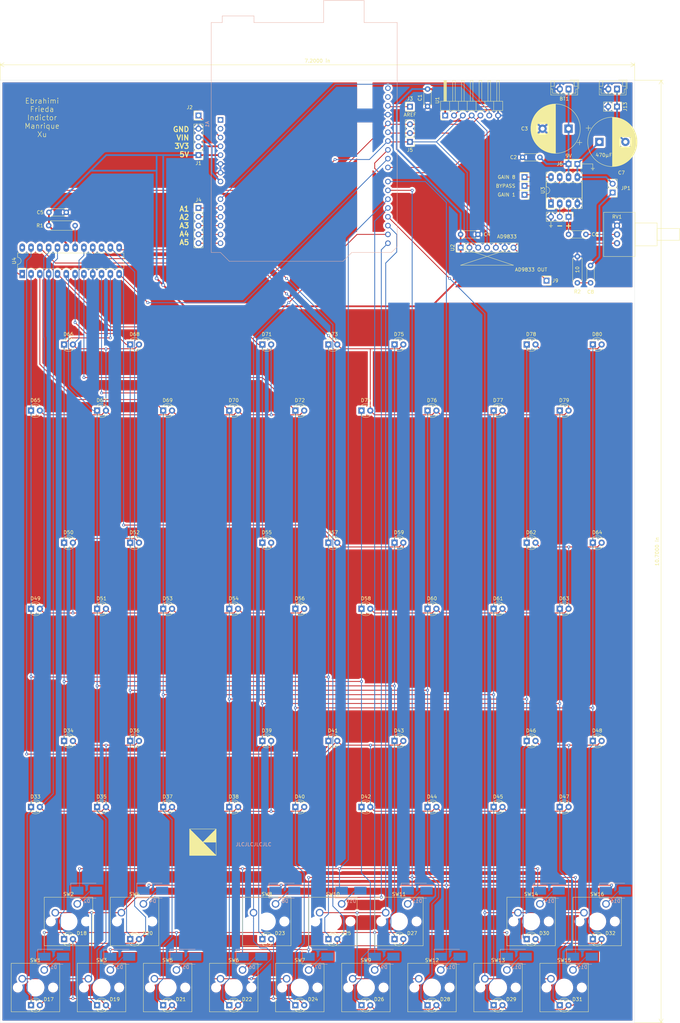
<source format=kicad_pcb>
(kicad_pcb (version 20171130) (host pcbnew 5.1.5+dfsg1-2+b1)
  (layers (0 F.Cu signal) (31 B.Cu signal) (34 B.Paste user) (35 F.Paste user) (36 B.SilkS user) (37 F.SilkS user) (38 B.Mask user) (39 F.Mask user) (44 Edge.Cuts user))
  (net 0 "")
  (net 1 /SW_ROW_2)
  (net 2 /SW_ROW_3)
  (net 3 /SW_COL_0)
  (net 4 /SW_COL_1)
  (net 5 /SW_COL_2)
  (net 6 GND)
  (net 7 /SW_COL_3)
  (net 8 /SW_ROW_0)
  (net 9 /SW_ROW_1)
  (net 10 "Net-(D1-Pad2)")
  (net 11 "Net-(D2-Pad2)")
  (net 12 "Net-(D3-Pad2)")
  (net 13 "Net-(D4-Pad2)")
  (net 14 "Net-(D5-Pad2)")
  (net 15 "Net-(D6-Pad2)")
  (net 16 "Net-(D7-Pad2)")
  (net 17 "Net-(D8-Pad2)")
  (net 18 "Net-(D9-Pad2)")
  (net 19 "Net-(D10-Pad2)")
  (net 20 "Net-(D11-Pad2)")
  (net 21 "Net-(D12-Pad2)")
  (net 22 "Net-(D13-Pad2)")
  (net 23 "Net-(D14-Pad2)")
  (net 24 "Net-(D15-Pad2)")
  (net 25 "Net-(D16-Pad2)")
  (net 26 VCC)
  (net 27 /SS_AD9837)
  (net 28 /SPI_MOSI)
  (net 29 /SPI_SCK)
  (net 30 "Net-(D17-Pad2)")
  (net 31 /DIG_0)
  (net 32 /DIG_1)
  (net 33 /DIG_2)
  (net 34 /DIG_3)
  (net 35 /DIG_4)
  (net 36 /DIG_5)
  (net 37 /DIG_6)
  (net 38 /DIG_7)
  (net 39 "Net-(D25-Pad2)")
  (net 40 "Net-(D33-Pad2)")
  (net 41 "Net-(D41-Pad2)")
  (net 42 "Net-(D49-Pad2)")
  (net 43 "Net-(D57-Pad2)")
  (net 44 "Net-(D65-Pad2)")
  (net 45 "Net-(D73-Pad2)")
  (net 46 /SS_MAX7219)
  (net 47 /SPI_MISO)
  (net 48 /SDCARD_CD)
  (net 49 "Net-(A1-Pad8)")
  (net 50 /SS_SDCARD)
  (net 51 "Net-(A1-Pad4)")
  (net 52 +9V)
  (net 53 "Net-(C6-Pad2)")
  (net 54 "Net-(C6-Pad1)")
  (net 55 "Net-(C7-Pad1)")
  (net 56 "Net-(J9-Pad1)")
  (net 57 "Net-(R1-Pad2)")
  (net 58 "Net-(A1-Pad30)")
  (net 59 "Net-(A1-Pad14)")
  (net 60 "Net-(A1-Pad13)")
  (net 61 "Net-(A1-Pad12)")
  (net 62 "Net-(A1-Pad11)")
  (net 63 "Net-(A1-Pad10)")
  (net 64 "Net-(A1-Pad3)")
  (net 65 "Net-(C7-Pad2)")
  (net 66 "Net-(C8-Pad1)")
  (net 67 "Net-(C8-Pad2)")
  (net 68 "Net-(J7-Pad1)")
  (net 69 "Net-(J10-Pad2)")
  (net 70 "Net-(J11-Pad1)")
  (net 71 "Net-(J12-Pad1)")
  (module Capacitor_THT:CP_Radial_D14.0mm_P7.50mm (layer F.Cu) (at 182.88 -68.58)
    (fp_text reference C7 (at 6.35 8.89) (layer F.SilkS))
    (fp_text value 470μF (at 1.27 3.81) (layer F.SilkS))
    (pad 2 thru_hole circle (at 7.5 0) (size 2.4 2.4) (drill 1.2) (layers *.Cu *.Mask) (net 65 "Net-(C7-Pad2)"))
    (pad 1 thru_hole rect (at 0 0) (size 2.4 2.4) (drill 1.2) (layers *.Cu *.Mask) (net 55 "Net-(C7-Pad1)"))
  )
  (module Module:Arduino_UNO_R3 (layer B.Cu) (at 73.66 -74.93 270)
    (fp_text reference A1 (at 1.27 3.81 270) (layer B.SilkS) (effects (justify mirror)))
    (fp_text value Arduino_UNO_R3)
    (pad 16 thru_hole oval (at 33.02 -48.26 180) (size 1.6 1.6) (drill 1) (layers *.Cu *.Mask) (net 9 /SW_ROW_1))
    (pad 15 thru_hole oval (at 35.56 -48.26 180) (size 1.6 1.6) (drill 1) (layers *.Cu *.Mask) (net 8 /SW_ROW_0))
    (pad 30 thru_hole oval (at -4.06 -48.26 180) (size 1.6 1.6) (drill 1) (layers *.Cu *.Mask) (net 58 "Net-(A1-Pad30)"))
    (pad 14 thru_hole oval (at 35.56 0 180) (size 1.6 1.6) (drill 1) (layers *.Cu *.Mask) (net 59 "Net-(A1-Pad14)"))
    (pad 29 thru_hole oval (at -1.52 -48.26 180) (size 1.6 1.6) (drill 1) (layers *.Cu *.Mask) (net 6 GND))
    (pad 13 thru_hole oval (at 33.02 0 180) (size 1.6 1.6) (drill 1) (layers *.Cu *.Mask) (net 60 "Net-(A1-Pad13)"))
    (pad 28 thru_hole oval (at 1.02 -48.26 180) (size 1.6 1.6) (drill 1) (layers *.Cu *.Mask) (net 29 /SPI_SCK))
    (pad 12 thru_hole oval (at 30.48 0 180) (size 1.6 1.6) (drill 1) (layers *.Cu *.Mask) (net 61 "Net-(A1-Pad12)"))
    (pad 27 thru_hole oval (at 3.56 -48.26 180) (size 1.6 1.6) (drill 1) (layers *.Cu *.Mask) (net 47 /SPI_MISO))
    (pad 11 thru_hole oval (at 27.94 0 180) (size 1.6 1.6) (drill 1) (layers *.Cu *.Mask) (net 62 "Net-(A1-Pad11)"))
    (pad 26 thru_hole oval (at 6.1 -48.26 180) (size 1.6 1.6) (drill 1) (layers *.Cu *.Mask) (net 28 /SPI_MOSI))
    (pad 10 thru_hole oval (at 25.4 0 180) (size 1.6 1.6) (drill 1) (layers *.Cu *.Mask) (net 63 "Net-(A1-Pad10)"))
    (pad 25 thru_hole oval (at 8.64 -48.26 180) (size 1.6 1.6) (drill 1) (layers *.Cu *.Mask) (net 27 /SS_AD9837))
    (pad 9 thru_hole oval (at 22.86 0 180) (size 1.6 1.6) (drill 1) (layers *.Cu *.Mask) (net 48 /SDCARD_CD))
    (pad 24 thru_hole oval (at 11.18 -48.26 180) (size 1.6 1.6) (drill 1) (layers *.Cu *.Mask) (net 46 /SS_MAX7219))
    (pad 8 thru_hole oval (at 17.78 0 180) (size 1.6 1.6) (drill 1) (layers *.Cu *.Mask) (net 49 "Net-(A1-Pad8)"))
    (pad 23 thru_hole oval (at 13.72 -48.26 180) (size 1.6 1.6) (drill 1) (layers *.Cu *.Mask) (net 50 /SS_SDCARD))
    (pad 7 thru_hole oval (at 15.24 0 180) (size 1.6 1.6) (drill 1) (layers *.Cu *.Mask) (net 6 GND))
    (pad 22 thru_hole oval (at 17.78 -48.26 180) (size 1.6 1.6) (drill 1) (layers *.Cu *.Mask) (net 7 /SW_COL_3))
    (pad 6 thru_hole oval (at 12.7 0 180) (size 1.6 1.6) (drill 1) (layers *.Cu *.Mask) (net 6 GND))
    (pad 21 thru_hole oval (at 20.32 -48.26 180) (size 1.6 1.6) (drill 1) (layers *.Cu *.Mask) (net 5 /SW_COL_2))
    (pad 5 thru_hole oval (at 10.16 0 180) (size 1.6 1.6) (drill 1) (layers *.Cu *.Mask) (net 26 VCC))
    (pad 20 thru_hole oval (at 22.86 -48.26 180) (size 1.6 1.6) (drill 1) (layers *.Cu *.Mask) (net 4 /SW_COL_1))
    (pad 4 thru_hole oval (at 7.62 0 180) (size 1.6 1.6) (drill 1) (layers *.Cu *.Mask) (net 51 "Net-(A1-Pad4)"))
    (pad 19 thru_hole oval (at 25.4 -48.26 180) (size 1.6 1.6) (drill 1) (layers *.Cu *.Mask) (net 3 /SW_COL_0))
    (pad 3 thru_hole oval (at 5.08 0 180) (size 1.6 1.6) (drill 1) (layers *.Cu *.Mask) (net 64 "Net-(A1-Pad3)"))
    (pad 18 thru_hole oval (at 27.94 -48.26 180) (size 1.6 1.6) (drill 1) (layers *.Cu *.Mask) (net 2 /SW_ROW_3))
    (pad 2 thru_hole oval (at 2.54 0 180) (size 1.6 1.6) (drill 1) (layers *.Cu *.Mask))
    (pad 17 thru_hole oval (at 30.48 -48.26 180) (size 1.6 1.6) (drill 1) (layers *.Cu *.Mask) (net 1 /SW_ROW_2))
    (pad 1 thru_hole rect (at 0 0 180) (size 1.6 1.6) (drill 1) (layers *.Cu *.Mask))
    (pad 31 thru_hole oval (at -6.6 -48.26 180) (size 1.6 1.6) (drill 1) (layers *.Cu *.Mask))
    (pad 32 thru_hole oval (at -9.14 -48.26 180) (size 1.6 1.6) (drill 1) (layers *.Cu *.Mask))
  )
  (module Button_Switch_Keyboard:SW_Cherry_MX_1.00u_PCB (layer F.Cu) (at 41.91 170.18)
    (fp_text reference SW3 (at -2.54 -2.794) (layer F.SilkS))
    (fp_text value SW_Push)
    (pad "" np_thru_hole circle (at 2.54 5.08) (size 1.7 1.7) (drill 1.7) (layers *.Cu *.Mask))
    (pad "" np_thru_hole circle (at -7.62 5.08) (size 1.7 1.7) (drill 1.7) (layers *.Cu *.Mask))
    (pad "" np_thru_hole circle (at -2.54 5.08) (size 4 4) (drill 4) (layers *.Cu *.Mask))
    (pad 2 thru_hole circle (at -6.35 2.54) (size 2.2 2.2) (drill 1.5) (layers *.Cu *.Mask) (net 8 /SW_ROW_0))
    (pad 1 thru_hole circle (at 0 0) (size 2.2 2.2) (drill 1.5) (layers *.Cu *.Mask) (net 12 "Net-(D3-Pad2)"))
  )
  (module Potentiometer_THT:Potentiometer_Vishay_148-149_Single_Horizontal (layer F.Cu) (at 187.96 -39.37)
    (fp_text reference RV1 (at 0 -7.62 180) (layer F.SilkS))
    (fp_text value 20K)
    (pad 1 thru_hole circle (at 0 0) (size 1.8 1.8) (drill 1) (layers *.Cu *.Mask) (net 56 "Net-(J9-Pad1)"))
    (pad 2 thru_hole circle (at 0 -2.54) (size 1.8 1.8) (drill 1) (layers *.Cu *.Mask) (net 53 "Net-(C6-Pad2)"))
    (pad 3 thru_hole circle (at 0 -5.08) (size 1.8 1.8) (drill 1) (layers *.Cu *.Mask) (net 6 GND))
  )
  (module LED_THT:LED_D3.0mm_FlatTop (layer F.Cu) (at 19.05 180.34)
    (fp_text reference D17 (at 5.08 -1.69) (layer F.SilkS))
    (fp_text value LED_Small)
    (pad 2 thru_hole circle (at 2.54 0) (size 1.8 1.8) (drill 0.9) (layers *.Cu *.Mask) (net 30 "Net-(D17-Pad2)"))
    (pad 1 thru_hole rect (at 0 0) (size 1.8 1.8) (drill 0.9) (layers *.Cu *.Mask) (net 31 /DIG_0))
  )
  (module LED_THT:LED_D3.0mm_FlatTop (layer F.Cu) (at 28.575 161.29)
    (fp_text reference D18 (at 5.08 -1.69) (layer F.SilkS))
    (fp_text value LED_Small)
    (pad 2 thru_hole circle (at 2.54 0) (size 1.8 1.8) (drill 0.9) (layers *.Cu *.Mask) (net 30 "Net-(D17-Pad2)"))
    (pad 1 thru_hole rect (at 0 0) (size 1.8 1.8) (drill 0.9) (layers *.Cu *.Mask) (net 32 /DIG_1))
  )
  (module LED_THT:LED_D3.0mm_FlatTop (layer F.Cu) (at 38.1 180.34)
    (fp_text reference D19 (at 5.08 -1.69) (layer F.SilkS))
    (fp_text value LED_Small)
    (pad 2 thru_hole circle (at 2.54 0) (size 1.8 1.8) (drill 0.9) (layers *.Cu *.Mask) (net 30 "Net-(D17-Pad2)"))
    (pad 1 thru_hole rect (at 0 0) (size 1.8 1.8) (drill 0.9) (layers *.Cu *.Mask) (net 33 /DIG_2))
  )
  (module LED_THT:LED_D3.0mm_FlatTop (layer F.Cu) (at 47.625 161.29)
    (fp_text reference D20 (at 5.08 -1.69) (layer F.SilkS))
    (fp_text value LED_Small)
    (pad 2 thru_hole circle (at 2.54 0) (size 1.8 1.8) (drill 0.9) (layers *.Cu *.Mask) (net 30 "Net-(D17-Pad2)"))
    (pad 1 thru_hole rect (at 0 0) (size 1.8 1.8) (drill 0.9) (layers *.Cu *.Mask) (net 34 /DIG_3))
  )
  (module LED_THT:LED_D3.0mm_FlatTop (layer F.Cu) (at 57.15 180.34)
    (fp_text reference D21 (at 5.08 -1.69) (layer F.SilkS))
    (fp_text value LED_Small)
    (pad 2 thru_hole circle (at 2.54 0) (size 1.8 1.8) (drill 0.9) (layers *.Cu *.Mask) (net 30 "Net-(D17-Pad2)"))
    (pad 1 thru_hole rect (at 0 0) (size 1.8 1.8) (drill 0.9) (layers *.Cu *.Mask) (net 35 /DIG_4))
  )
  (module LED_THT:LED_D3.0mm_FlatTop (layer F.Cu) (at 76.2 180.34)
    (fp_text reference D22 (at 5.08 -1.69) (layer F.SilkS))
    (fp_text value LED_Small)
    (pad 2 thru_hole circle (at 2.54 0) (size 1.8 1.8) (drill 0.9) (layers *.Cu *.Mask) (net 30 "Net-(D17-Pad2)"))
    (pad 1 thru_hole rect (at 0 0) (size 1.8 1.8) (drill 0.9) (layers *.Cu *.Mask) (net 36 /DIG_5))
  )
  (module LED_THT:LED_D3.0mm_FlatTop (layer F.Cu) (at 85.725 161.29)
    (fp_text reference D23 (at 5.08 -1.69) (layer F.SilkS))
    (fp_text value LED_Small)
    (pad 2 thru_hole circle (at 2.54 0) (size 1.8 1.8) (drill 0.9) (layers *.Cu *.Mask) (net 30 "Net-(D17-Pad2)"))
    (pad 1 thru_hole rect (at 0 0) (size 1.8 1.8) (drill 0.9) (layers *.Cu *.Mask) (net 37 /DIG_6))
  )
  (module LED_THT:LED_D3.0mm_FlatTop (layer F.Cu) (at 95.25 180.34)
    (fp_text reference D24 (at 5.08 -1.69) (layer F.SilkS))
    (fp_text value LED_Small)
    (pad 2 thru_hole circle (at 2.54 0) (size 1.8 1.8) (drill 0.9) (layers *.Cu *.Mask) (net 30 "Net-(D17-Pad2)"))
    (pad 1 thru_hole rect (at 0 0) (size 1.8 1.8) (drill 0.9) (layers *.Cu *.Mask) (net 38 /DIG_7))
  )
  (module LED_THT:LED_D3.0mm_FlatTop (layer F.Cu) (at 104.775 161.29)
    (fp_text reference D25 (at 5.08 -1.69) (layer F.SilkS))
    (fp_text value LED_Small)
    (pad 2 thru_hole circle (at 2.54 0) (size 1.8 1.8) (drill 0.9) (layers *.Cu *.Mask) (net 39 "Net-(D25-Pad2)"))
    (pad 1 thru_hole rect (at 0 0) (size 1.8 1.8) (drill 0.9) (layers *.Cu *.Mask) (net 31 /DIG_0))
  )
  (module LED_THT:LED_D3.0mm_FlatTop (layer F.Cu) (at 114.3 180.34)
    (fp_text reference D26 (at 5.08 -1.69) (layer F.SilkS))
    (fp_text value LED_Small)
    (pad 2 thru_hole circle (at 2.54 0) (size 1.8 1.8) (drill 0.9) (layers *.Cu *.Mask) (net 39 "Net-(D25-Pad2)"))
    (pad 1 thru_hole rect (at 0 0) (size 1.8 1.8) (drill 0.9) (layers *.Cu *.Mask) (net 32 /DIG_1))
  )
  (module LED_THT:LED_D3.0mm_FlatTop (layer F.Cu) (at 123.825 161.29)
    (fp_text reference D27 (at 5.08 -1.69) (layer F.SilkS))
    (fp_text value LED_Small)
    (pad 2 thru_hole circle (at 2.54 0) (size 1.8 1.8) (drill 0.9) (layers *.Cu *.Mask) (net 39 "Net-(D25-Pad2)"))
    (pad 1 thru_hole rect (at 0 0) (size 1.8 1.8) (drill 0.9) (layers *.Cu *.Mask) (net 33 /DIG_2))
  )
  (module LED_THT:LED_D3.0mm_FlatTop (layer F.Cu) (at 133.35 180.34)
    (fp_text reference D28 (at 5.08 -1.69) (layer F.SilkS))
    (fp_text value LED_Small)
    (pad 2 thru_hole circle (at 2.54 0) (size 1.8 1.8) (drill 0.9) (layers *.Cu *.Mask) (net 39 "Net-(D25-Pad2)"))
    (pad 1 thru_hole rect (at 0 0) (size 1.8 1.8) (drill 0.9) (layers *.Cu *.Mask) (net 34 /DIG_3))
  )
  (module LED_THT:LED_D3.0mm_FlatTop (layer F.Cu) (at 152.4 180.34)
    (fp_text reference D29 (at 5.08 -1.69) (layer F.SilkS))
    (fp_text value LED_Small)
    (pad 2 thru_hole circle (at 2.54 0) (size 1.8 1.8) (drill 0.9) (layers *.Cu *.Mask) (net 39 "Net-(D25-Pad2)"))
    (pad 1 thru_hole rect (at 0 0) (size 1.8 1.8) (drill 0.9) (layers *.Cu *.Mask) (net 35 /DIG_4))
  )
  (module LED_THT:LED_D3.0mm_FlatTop (layer F.Cu) (at 161.925 161.29)
    (fp_text reference D30 (at 5.08 -1.69) (layer F.SilkS))
    (fp_text value LED_Small)
    (pad 2 thru_hole circle (at 2.54 0) (size 1.8 1.8) (drill 0.9) (layers *.Cu *.Mask) (net 39 "Net-(D25-Pad2)"))
    (pad 1 thru_hole rect (at 0 0) (size 1.8 1.8) (drill 0.9) (layers *.Cu *.Mask) (net 36 /DIG_5))
  )
  (module LED_THT:LED_D3.0mm_FlatTop (layer F.Cu) (at 171.45 180.34)
    (fp_text reference D31 (at 5.08 -1.69) (layer F.SilkS))
    (fp_text value LED_Small)
    (pad 2 thru_hole circle (at 2.54 0) (size 1.8 1.8) (drill 0.9) (layers *.Cu *.Mask) (net 39 "Net-(D25-Pad2)"))
    (pad 1 thru_hole rect (at 0 0) (size 1.8 1.8) (drill 0.9) (layers *.Cu *.Mask) (net 37 /DIG_6))
  )
  (module LED_THT:LED_D3.0mm_FlatTop (layer F.Cu) (at 180.975 161.29)
    (fp_text reference D32 (at 5.08 -1.69) (layer F.SilkS))
    (fp_text value LED_Small)
    (pad 2 thru_hole circle (at 2.54 0) (size 1.8 1.8) (drill 0.9) (layers *.Cu *.Mask) (net 39 "Net-(D25-Pad2)"))
    (pad 1 thru_hole rect (at 0 0) (size 1.8 1.8) (drill 0.9) (layers *.Cu *.Mask) (net 38 /DIG_7))
  )
  (module LED_THT:LED_D3.0mm_FlatTop (layer F.Cu) (at 19.05 123.19)
    (fp_text reference D33 (at 1.27 -2.96) (layer F.SilkS))
    (fp_text value LED_Small)
    (pad 2 thru_hole circle (at 2.54 0) (size 1.8 1.8) (drill 0.9) (layers *.Cu *.Mask) (net 40 "Net-(D33-Pad2)"))
    (pad 1 thru_hole rect (at 0 0) (size 1.8 1.8) (drill 0.9) (layers *.Cu *.Mask) (net 31 /DIG_0))
  )
  (module LED_THT:LED_D3.0mm_FlatTop (layer F.Cu) (at 28.575 104.14)
    (fp_text reference D34 (at 1.27 -2.96) (layer F.SilkS))
    (fp_text value LED_Small)
    (pad 2 thru_hole circle (at 2.54 0) (size 1.8 1.8) (drill 0.9) (layers *.Cu *.Mask) (net 40 "Net-(D33-Pad2)"))
    (pad 1 thru_hole rect (at 0 0) (size 1.8 1.8) (drill 0.9) (layers *.Cu *.Mask) (net 32 /DIG_1))
  )
  (module LED_THT:LED_D3.0mm_FlatTop (layer F.Cu) (at 38.1 123.19)
    (fp_text reference D35 (at 1.27 -2.96) (layer F.SilkS))
    (fp_text value LED_Small)
    (pad 2 thru_hole circle (at 2.54 0) (size 1.8 1.8) (drill 0.9) (layers *.Cu *.Mask) (net 40 "Net-(D33-Pad2)"))
    (pad 1 thru_hole rect (at 0 0) (size 1.8 1.8) (drill 0.9) (layers *.Cu *.Mask) (net 33 /DIG_2))
  )
  (module LED_THT:LED_D3.0mm_FlatTop (layer F.Cu) (at 47.625 104.14)
    (fp_text reference D36 (at 1.27 -2.96) (layer F.SilkS))
    (fp_text value LED_Small)
    (pad 2 thru_hole circle (at 2.54 0) (size 1.8 1.8) (drill 0.9) (layers *.Cu *.Mask) (net 40 "Net-(D33-Pad2)"))
    (pad 1 thru_hole rect (at 0 0) (size 1.8 1.8) (drill 0.9) (layers *.Cu *.Mask) (net 34 /DIG_3))
  )
  (module LED_THT:LED_D3.0mm_FlatTop (layer F.Cu) (at 57.15 123.19)
    (fp_text reference D37 (at 1.27 -2.96) (layer F.SilkS))
    (fp_text value LED_Small)
    (pad 2 thru_hole circle (at 2.54 0) (size 1.8 1.8) (drill 0.9) (layers *.Cu *.Mask) (net 40 "Net-(D33-Pad2)"))
    (pad 1 thru_hole rect (at 0 0) (size 1.8 1.8) (drill 0.9) (layers *.Cu *.Mask) (net 35 /DIG_4))
  )
  (module LED_THT:LED_D3.0mm_FlatTop (layer F.Cu) (at 76.2 123.19)
    (fp_text reference D38 (at 1.27 -2.96) (layer F.SilkS))
    (fp_text value LED_Small)
    (pad 2 thru_hole circle (at 2.54 0) (size 1.8 1.8) (drill 0.9) (layers *.Cu *.Mask) (net 40 "Net-(D33-Pad2)"))
    (pad 1 thru_hole rect (at 0 0) (size 1.8 1.8) (drill 0.9) (layers *.Cu *.Mask) (net 36 /DIG_5))
  )
  (module LED_THT:LED_D3.0mm_FlatTop (layer F.Cu) (at 85.725 104.14)
    (fp_text reference D39 (at 1.27 -2.96) (layer F.SilkS))
    (fp_text value LED_Small)
    (pad 2 thru_hole circle (at 2.54 0) (size 1.8 1.8) (drill 0.9) (layers *.Cu *.Mask) (net 40 "Net-(D33-Pad2)"))
    (pad 1 thru_hole rect (at 0 0) (size 1.8 1.8) (drill 0.9) (layers *.Cu *.Mask) (net 37 /DIG_6))
  )
  (module LED_THT:LED_D3.0mm_FlatTop (layer F.Cu) (at 95.25 123.19)
    (fp_text reference D40 (at 1.27 -2.96) (layer F.SilkS))
    (fp_text value LED_Small)
    (pad 2 thru_hole circle (at 2.54 0) (size 1.8 1.8) (drill 0.9) (layers *.Cu *.Mask) (net 40 "Net-(D33-Pad2)"))
    (pad 1 thru_hole rect (at 0 0) (size 1.8 1.8) (drill 0.9) (layers *.Cu *.Mask) (net 38 /DIG_7))
  )
  (module LED_THT:LED_D3.0mm_FlatTop (layer F.Cu) (at 104.775 104.14)
    (fp_text reference D41 (at 1.27 -2.96) (layer F.SilkS))
    (fp_text value LED_Small)
    (pad 2 thru_hole circle (at 2.54 0) (size 1.8 1.8) (drill 0.9) (layers *.Cu *.Mask) (net 41 "Net-(D41-Pad2)"))
    (pad 1 thru_hole rect (at 0 0) (size 1.8 1.8) (drill 0.9) (layers *.Cu *.Mask) (net 31 /DIG_0))
  )
  (module LED_THT:LED_D3.0mm_FlatTop (layer F.Cu) (at 114.3 123.19)
    (fp_text reference D42 (at 1.27 -2.96) (layer F.SilkS))
    (fp_text value LED_Small)
    (pad 2 thru_hole circle (at 2.54 0) (size 1.8 1.8) (drill 0.9) (layers *.Cu *.Mask) (net 41 "Net-(D41-Pad2)"))
    (pad 1 thru_hole rect (at 0 0) (size 1.8 1.8) (drill 0.9) (layers *.Cu *.Mask) (net 32 /DIG_1))
  )
  (module LED_THT:LED_D3.0mm_FlatTop (layer F.Cu) (at 123.825 104.14)
    (fp_text reference D43 (at 1.27 -2.96) (layer F.SilkS))
    (fp_text value LED_Small)
    (pad 2 thru_hole circle (at 2.54 0) (size 1.8 1.8) (drill 0.9) (layers *.Cu *.Mask) (net 41 "Net-(D41-Pad2)"))
    (pad 1 thru_hole rect (at 0 0) (size 1.8 1.8) (drill 0.9) (layers *.Cu *.Mask) (net 33 /DIG_2))
  )
  (module LED_THT:LED_D3.0mm_FlatTop (layer F.Cu) (at 133.35 123.19)
    (fp_text reference D44 (at 1.27 -2.96) (layer F.SilkS))
    (fp_text value LED_Small)
    (pad 2 thru_hole circle (at 2.54 0) (size 1.8 1.8) (drill 0.9) (layers *.Cu *.Mask) (net 41 "Net-(D41-Pad2)"))
    (pad 1 thru_hole rect (at 0 0) (size 1.8 1.8) (drill 0.9) (layers *.Cu *.Mask) (net 34 /DIG_3))
  )
  (module LED_THT:LED_D3.0mm_FlatTop (layer F.Cu) (at 152.4 123.19)
    (fp_text reference D45 (at 1.27 -2.96) (layer F.SilkS))
    (fp_text value LED_Small)
    (pad 2 thru_hole circle (at 2.54 0) (size 1.8 1.8) (drill 0.9) (layers *.Cu *.Mask) (net 41 "Net-(D41-Pad2)"))
    (pad 1 thru_hole rect (at 0 0) (size 1.8 1.8) (drill 0.9) (layers *.Cu *.Mask) (net 35 /DIG_4))
  )
  (module LED_THT:LED_D3.0mm_FlatTop (layer F.Cu) (at 161.925 104.14)
    (fp_text reference D46 (at 1.27 -2.96) (layer F.SilkS))
    (fp_text value LED_Small)
    (pad 2 thru_hole circle (at 2.54 0) (size 1.8 1.8) (drill 0.9) (layers *.Cu *.Mask) (net 41 "Net-(D41-Pad2)"))
    (pad 1 thru_hole rect (at 0 0) (size 1.8 1.8) (drill 0.9) (layers *.Cu *.Mask) (net 36 /DIG_5))
  )
  (module LED_THT:LED_D3.0mm_FlatTop (layer F.Cu) (at 171.45 123.19)
    (fp_text reference D47 (at 1.27 -2.96) (layer F.SilkS))
    (fp_text value LED_Small)
    (pad 2 thru_hole circle (at 2.54 0) (size 1.8 1.8) (drill 0.9) (layers *.Cu *.Mask) (net 41 "Net-(D41-Pad2)"))
    (pad 1 thru_hole rect (at 0 0) (size 1.8 1.8) (drill 0.9) (layers *.Cu *.Mask) (net 37 /DIG_6))
  )
  (module LED_THT:LED_D3.0mm_FlatTop (layer F.Cu) (at 180.975 104.14)
    (fp_text reference D48 (at 1.27 -2.96) (layer F.SilkS))
    (fp_text value LED_Small)
    (pad 2 thru_hole circle (at 2.54 0) (size 1.8 1.8) (drill 0.9) (layers *.Cu *.Mask) (net 41 "Net-(D41-Pad2)"))
    (pad 1 thru_hole rect (at 0 0) (size 1.8 1.8) (drill 0.9) (layers *.Cu *.Mask) (net 38 /DIG_7))
  )
  (module LED_THT:LED_D3.0mm_FlatTop (layer F.Cu) (at 19.05 66.04)
    (fp_text reference D49 (at 1.27 -2.96) (layer F.SilkS))
    (fp_text value LED_Small)
    (pad 2 thru_hole circle (at 2.54 0) (size 1.8 1.8) (drill 0.9) (layers *.Cu *.Mask) (net 42 "Net-(D49-Pad2)"))
    (pad 1 thru_hole rect (at 0 0) (size 1.8 1.8) (drill 0.9) (layers *.Cu *.Mask) (net 31 /DIG_0))
  )
  (module LED_THT:LED_D3.0mm_FlatTop (layer F.Cu) (at 28.575 46.99)
    (fp_text reference D50 (at 1.27 -2.96) (layer F.SilkS))
    (fp_text value LED_Small)
    (pad 2 thru_hole circle (at 2.54 0) (size 1.8 1.8) (drill 0.9) (layers *.Cu *.Mask) (net 42 "Net-(D49-Pad2)"))
    (pad 1 thru_hole rect (at 0 0) (size 1.8 1.8) (drill 0.9) (layers *.Cu *.Mask) (net 32 /DIG_1))
  )
  (module LED_THT:LED_D3.0mm_FlatTop (layer F.Cu) (at 38.1 66.04)
    (fp_text reference D51 (at 1.27 -2.96) (layer F.SilkS))
    (fp_text value LED_Small)
    (pad 2 thru_hole circle (at 2.54 0) (size 1.8 1.8) (drill 0.9) (layers *.Cu *.Mask) (net 42 "Net-(D49-Pad2)"))
    (pad 1 thru_hole rect (at 0 0) (size 1.8 1.8) (drill 0.9) (layers *.Cu *.Mask) (net 33 /DIG_2))
  )
  (module LED_THT:LED_D3.0mm_FlatTop (layer F.Cu) (at 47.625 46.99)
    (fp_text reference D52 (at 1.27 -2.96) (layer F.SilkS))
    (fp_text value LED_Small)
    (pad 2 thru_hole circle (at 2.54 0) (size 1.8 1.8) (drill 0.9) (layers *.Cu *.Mask) (net 42 "Net-(D49-Pad2)"))
    (pad 1 thru_hole rect (at 0 0) (size 1.8 1.8) (drill 0.9) (layers *.Cu *.Mask) (net 34 /DIG_3))
  )
  (module LED_THT:LED_D3.0mm_FlatTop (layer F.Cu) (at 57.15 66.04)
    (fp_text reference D53 (at 1.27 -2.96) (layer F.SilkS))
    (fp_text value LED_Small)
    (pad 2 thru_hole circle (at 2.54 0) (size 1.8 1.8) (drill 0.9) (layers *.Cu *.Mask) (net 42 "Net-(D49-Pad2)"))
    (pad 1 thru_hole rect (at 0 0) (size 1.8 1.8) (drill 0.9) (layers *.Cu *.Mask) (net 35 /DIG_4))
  )
  (module LED_THT:LED_D3.0mm_FlatTop (layer F.Cu) (at 76.2 66.04)
    (fp_text reference D54 (at 1.27 -2.96) (layer F.SilkS))
    (fp_text value LED_Small)
    (pad 2 thru_hole circle (at 2.54 0) (size 1.8 1.8) (drill 0.9) (layers *.Cu *.Mask) (net 42 "Net-(D49-Pad2)"))
    (pad 1 thru_hole rect (at 0 0) (size 1.8 1.8) (drill 0.9) (layers *.Cu *.Mask) (net 36 /DIG_5))
  )
  (module LED_THT:LED_D3.0mm_FlatTop (layer F.Cu) (at 85.725 46.99)
    (fp_text reference D55 (at 1.27 -2.96) (layer F.SilkS))
    (fp_text value LED_Small)
    (pad 2 thru_hole circle (at 2.54 0) (size 1.8 1.8) (drill 0.9) (layers *.Cu *.Mask) (net 42 "Net-(D49-Pad2)"))
    (pad 1 thru_hole rect (at 0 0) (size 1.8 1.8) (drill 0.9) (layers *.Cu *.Mask) (net 37 /DIG_6))
  )
  (module LED_THT:LED_D3.0mm_FlatTop (layer F.Cu) (at 95.25 66.04)
    (fp_text reference D56 (at 1.27 -2.96) (layer F.SilkS))
    (fp_text value LED_Small)
    (pad 2 thru_hole circle (at 2.54 0) (size 1.8 1.8) (drill 0.9) (layers *.Cu *.Mask) (net 42 "Net-(D49-Pad2)"))
    (pad 1 thru_hole rect (at 0 0) (size 1.8 1.8) (drill 0.9) (layers *.Cu *.Mask) (net 38 /DIG_7))
  )
  (module LED_THT:LED_D3.0mm_FlatTop (layer F.Cu) (at 104.775 46.99)
    (fp_text reference D57 (at 1.27 -2.96) (layer F.SilkS))
    (fp_text value LED_Small)
    (pad 2 thru_hole circle (at 2.54 0) (size 1.8 1.8) (drill 0.9) (layers *.Cu *.Mask) (net 43 "Net-(D57-Pad2)"))
    (pad 1 thru_hole rect (at 0 0) (size 1.8 1.8) (drill 0.9) (layers *.Cu *.Mask) (net 31 /DIG_0))
  )
  (module LED_THT:LED_D3.0mm_FlatTop (layer F.Cu) (at 114.3 66.04)
    (fp_text reference D58 (at 1.27 -2.96) (layer F.SilkS))
    (fp_text value LED_Small)
    (pad 2 thru_hole circle (at 2.54 0) (size 1.8 1.8) (drill 0.9) (layers *.Cu *.Mask) (net 43 "Net-(D57-Pad2)"))
    (pad 1 thru_hole rect (at 0 0) (size 1.8 1.8) (drill 0.9) (layers *.Cu *.Mask) (net 32 /DIG_1))
  )
  (module LED_THT:LED_D3.0mm_FlatTop (layer F.Cu) (at 123.825 46.99)
    (fp_text reference D59 (at 1.27 -2.96) (layer F.SilkS))
    (fp_text value LED_Small)
    (pad 2 thru_hole circle (at 2.54 0) (size 1.8 1.8) (drill 0.9) (layers *.Cu *.Mask) (net 43 "Net-(D57-Pad2)"))
    (pad 1 thru_hole rect (at 0 0) (size 1.8 1.8) (drill 0.9) (layers *.Cu *.Mask) (net 33 /DIG_2))
  )
  (module LED_THT:LED_D3.0mm_FlatTop (layer F.Cu) (at 133.35 66.04)
    (fp_text reference D60 (at 1.27 -2.96) (layer F.SilkS))
    (fp_text value LED_Small)
    (pad 2 thru_hole circle (at 2.54 0) (size 1.8 1.8) (drill 0.9) (layers *.Cu *.Mask) (net 43 "Net-(D57-Pad2)"))
    (pad 1 thru_hole rect (at 0 0) (size 1.8 1.8) (drill 0.9) (layers *.Cu *.Mask) (net 34 /DIG_3))
  )
  (module LED_THT:LED_D3.0mm_FlatTop (layer F.Cu) (at 152.4 66.04)
    (fp_text reference D61 (at 1.27 -2.96) (layer F.SilkS))
    (fp_text value LED_Small)
    (pad 2 thru_hole circle (at 2.54 0) (size 1.8 1.8) (drill 0.9) (layers *.Cu *.Mask) (net 43 "Net-(D57-Pad2)"))
    (pad 1 thru_hole rect (at 0 0) (size 1.8 1.8) (drill 0.9) (layers *.Cu *.Mask) (net 35 /DIG_4))
  )
  (module LED_THT:LED_D3.0mm_FlatTop (layer F.Cu) (at 161.925 46.99)
    (fp_text reference D62 (at 1.27 -2.96) (layer F.SilkS))
    (fp_text value LED_Small)
    (pad 2 thru_hole circle (at 2.54 0) (size 1.8 1.8) (drill 0.9) (layers *.Cu *.Mask) (net 43 "Net-(D57-Pad2)"))
    (pad 1 thru_hole rect (at 0 0) (size 1.8 1.8) (drill 0.9) (layers *.Cu *.Mask) (net 36 /DIG_5))
  )
  (module LED_THT:LED_D3.0mm_FlatTop (layer F.Cu) (at 171.45 66.04)
    (fp_text reference D63 (at 1.27 -2.96) (layer F.SilkS))
    (fp_text value LED_Small)
    (pad 2 thru_hole circle (at 2.54 0) (size 1.8 1.8) (drill 0.9) (layers *.Cu *.Mask) (net 43 "Net-(D57-Pad2)"))
    (pad 1 thru_hole rect (at 0 0) (size 1.8 1.8) (drill 0.9) (layers *.Cu *.Mask) (net 37 /DIG_6))
  )
  (module LED_THT:LED_D3.0mm_FlatTop (layer F.Cu) (at 180.975 46.99)
    (fp_text reference D64 (at 1.27 -2.96) (layer F.SilkS))
    (fp_text value LED_Small)
    (pad 2 thru_hole circle (at 2.54 0) (size 1.8 1.8) (drill 0.9) (layers *.Cu *.Mask) (net 43 "Net-(D57-Pad2)"))
    (pad 1 thru_hole rect (at 0 0) (size 1.8 1.8) (drill 0.9) (layers *.Cu *.Mask) (net 38 /DIG_7))
  )
  (module LED_THT:LED_D3.0mm_FlatTop (layer F.Cu) (at 19.05 8.89)
    (fp_text reference D65 (at 1.27 -2.96) (layer F.SilkS))
    (fp_text value LED_Small)
    (pad 2 thru_hole circle (at 2.54 0) (size 1.8 1.8) (drill 0.9) (layers *.Cu *.Mask) (net 44 "Net-(D65-Pad2)"))
    (pad 1 thru_hole rect (at 0 0) (size 1.8 1.8) (drill 0.9) (layers *.Cu *.Mask) (net 31 /DIG_0))
  )
  (module LED_THT:LED_D3.0mm_FlatTop (layer F.Cu) (at 28.575 -10.16)
    (fp_text reference D66 (at 1.27 -2.96) (layer F.SilkS))
    (fp_text value LED_Small)
    (pad 2 thru_hole circle (at 2.54 0) (size 1.8 1.8) (drill 0.9) (layers *.Cu *.Mask) (net 44 "Net-(D65-Pad2)"))
    (pad 1 thru_hole rect (at 0 0) (size 1.8 1.8) (drill 0.9) (layers *.Cu *.Mask) (net 32 /DIG_1))
  )
  (module LED_THT:LED_D3.0mm_FlatTop (layer F.Cu) (at 38.1 8.89)
    (fp_text reference D67 (at 1.27 -2.96) (layer F.SilkS))
    (fp_text value LED_Small)
    (pad 2 thru_hole circle (at 2.54 0) (size 1.8 1.8) (drill 0.9) (layers *.Cu *.Mask) (net 44 "Net-(D65-Pad2)"))
    (pad 1 thru_hole rect (at 0 0) (size 1.8 1.8) (drill 0.9) (layers *.Cu *.Mask) (net 33 /DIG_2))
  )
  (module LED_THT:LED_D3.0mm_FlatTop (layer F.Cu) (at 47.625 -10.16)
    (fp_text reference D68 (at 1.27 -2.96) (layer F.SilkS))
    (fp_text value LED_Small)
    (pad 2 thru_hole circle (at 2.54 0) (size 1.8 1.8) (drill 0.9) (layers *.Cu *.Mask) (net 44 "Net-(D65-Pad2)"))
    (pad 1 thru_hole rect (at 0 0) (size 1.8 1.8) (drill 0.9) (layers *.Cu *.Mask) (net 34 /DIG_3))
  )
  (module LED_THT:LED_D3.0mm_FlatTop (layer F.Cu) (at 57.15 8.89)
    (fp_text reference D69 (at 1.27 -2.96) (layer F.SilkS))
    (fp_text value LED_Small)
    (pad 2 thru_hole circle (at 2.54 0) (size 1.8 1.8) (drill 0.9) (layers *.Cu *.Mask) (net 44 "Net-(D65-Pad2)"))
    (pad 1 thru_hole rect (at 0 0) (size 1.8 1.8) (drill 0.9) (layers *.Cu *.Mask) (net 35 /DIG_4))
  )
  (module LED_THT:LED_D3.0mm_FlatTop (layer F.Cu) (at 76.2 8.89)
    (fp_text reference D70 (at 1.27 -2.96) (layer F.SilkS))
    (fp_text value LED_Small)
    (pad 2 thru_hole circle (at 2.54 0) (size 1.8 1.8) (drill 0.9) (layers *.Cu *.Mask) (net 44 "Net-(D65-Pad2)"))
    (pad 1 thru_hole rect (at 0 0) (size 1.8 1.8) (drill 0.9) (layers *.Cu *.Mask) (net 36 /DIG_5))
  )
  (module LED_THT:LED_D3.0mm_FlatTop (layer F.Cu) (at 85.725 -10.16)
    (fp_text reference D71 (at 1.27 -2.96) (layer F.SilkS))
    (fp_text value LED_Small)
    (pad 2 thru_hole circle (at 2.54 0) (size 1.8 1.8) (drill 0.9) (layers *.Cu *.Mask) (net 44 "Net-(D65-Pad2)"))
    (pad 1 thru_hole rect (at 0 0) (size 1.8 1.8) (drill 0.9) (layers *.Cu *.Mask) (net 37 /DIG_6))
  )
  (module LED_THT:LED_D3.0mm_FlatTop (layer F.Cu) (at 95.25 8.89)
    (fp_text reference D72 (at 1.27 -2.96) (layer F.SilkS))
    (fp_text value LED_Small)
    (pad 2 thru_hole circle (at 2.54 0) (size 1.8 1.8) (drill 0.9) (layers *.Cu *.Mask) (net 44 "Net-(D65-Pad2)"))
    (pad 1 thru_hole rect (at 0 0) (size 1.8 1.8) (drill 0.9) (layers *.Cu *.Mask) (net 38 /DIG_7))
  )
  (module LED_THT:LED_D3.0mm_FlatTop (layer F.Cu) (at 104.775 -10.16)
    (fp_text reference D73 (at 1.27 -2.96) (layer F.SilkS))
    (fp_text value LED_Small)
    (pad 2 thru_hole circle (at 2.54 0) (size 1.8 1.8) (drill 0.9) (layers *.Cu *.Mask) (net 45 "Net-(D73-Pad2)"))
    (pad 1 thru_hole rect (at 0 0) (size 1.8 1.8) (drill 0.9) (layers *.Cu *.Mask) (net 31 /DIG_0))
  )
  (module LED_THT:LED_D3.0mm_FlatTop (layer F.Cu) (at 114.3 8.89)
    (fp_text reference D74 (at 1.27 -2.96) (layer F.SilkS))
    (fp_text value LED_Small)
    (pad 2 thru_hole circle (at 2.54 0) (size 1.8 1.8) (drill 0.9) (layers *.Cu *.Mask) (net 45 "Net-(D73-Pad2)"))
    (pad 1 thru_hole rect (at 0 0) (size 1.8 1.8) (drill 0.9) (layers *.Cu *.Mask) (net 32 /DIG_1))
  )
  (module LED_THT:LED_D3.0mm_FlatTop (layer F.Cu) (at 123.825 -10.16)
    (fp_text reference D75 (at 1.27 -2.96) (layer F.SilkS))
    (fp_text value LED_Small)
    (pad 2 thru_hole circle (at 2.54 0) (size 1.8 1.8) (drill 0.9) (layers *.Cu *.Mask) (net 45 "Net-(D73-Pad2)"))
    (pad 1 thru_hole rect (at 0 0) (size 1.8 1.8) (drill 0.9) (layers *.Cu *.Mask) (net 33 /DIG_2))
  )
  (module LED_THT:LED_D3.0mm_FlatTop (layer F.Cu) (at 133.35 8.89)
    (fp_text reference D76 (at 1.27 -2.96) (layer F.SilkS))
    (fp_text value LED_Small)
    (pad 2 thru_hole circle (at 2.54 0) (size 1.8 1.8) (drill 0.9) (layers *.Cu *.Mask) (net 45 "Net-(D73-Pad2)"))
    (pad 1 thru_hole rect (at 0 0) (size 1.8 1.8) (drill 0.9) (layers *.Cu *.Mask) (net 34 /DIG_3))
  )
  (module LED_THT:LED_D3.0mm_FlatTop (layer F.Cu) (at 152.4 8.89)
    (fp_text reference D77 (at 1.27 -2.96) (layer F.SilkS))
    (fp_text value LED_Small)
    (pad 2 thru_hole circle (at 2.54 0) (size 1.8 1.8) (drill 0.9) (layers *.Cu *.Mask) (net 45 "Net-(D73-Pad2)"))
    (pad 1 thru_hole rect (at 0 0) (size 1.8 1.8) (drill 0.9) (layers *.Cu *.Mask) (net 35 /DIG_4))
  )
  (module LED_THT:LED_D3.0mm_FlatTop (layer F.Cu) (at 161.925 -10.16)
    (fp_text reference D78 (at 1.27 -2.96) (layer F.SilkS))
    (fp_text value LED_Small)
    (pad 2 thru_hole circle (at 2.54 0) (size 1.8 1.8) (drill 0.9) (layers *.Cu *.Mask) (net 45 "Net-(D73-Pad2)"))
    (pad 1 thru_hole rect (at 0 0) (size 1.8 1.8) (drill 0.9) (layers *.Cu *.Mask) (net 36 /DIG_5))
  )
  (module LED_THT:LED_D3.0mm_FlatTop (layer F.Cu) (at 171.45 8.89)
    (fp_text reference D79 (at 1.27 -2.96) (layer F.SilkS))
    (fp_text value LED_Small)
    (pad 2 thru_hole circle (at 2.54 0) (size 1.8 1.8) (drill 0.9) (layers *.Cu *.Mask) (net 45 "Net-(D73-Pad2)"))
    (pad 1 thru_hole rect (at 0 0) (size 1.8 1.8) (drill 0.9) (layers *.Cu *.Mask) (net 37 /DIG_6))
  )
  (module LED_THT:LED_D3.0mm_FlatTop (layer F.Cu) (at 180.975 -10.16)
    (fp_text reference D80 (at 1.27 -2.96) (layer F.SilkS))
    (fp_text value LED_Small)
    (pad 2 thru_hole circle (at 2.54 0) (size 1.8 1.8) (drill 0.9) (layers *.Cu *.Mask) (net 45 "Net-(D73-Pad2)"))
    (pad 1 thru_hole rect (at 0 0) (size 1.8 1.8) (drill 0.9) (layers *.Cu *.Mask) (net 38 /DIG_7))
  )
  (module Button_Switch_Keyboard:SW_Cherry_MX_1.00u_PCB (layer F.Cu) (at 22.86 170.18)
    (fp_text reference SW1 (at -2.54 -2.794) (layer F.SilkS))
    (fp_text value SW_Push)
    (pad "" np_thru_hole circle (at 2.54 5.08) (size 1.7 1.7) (drill 1.7) (layers *.Cu *.Mask))
    (pad "" np_thru_hole circle (at -7.62 5.08) (size 1.7 1.7) (drill 1.7) (layers *.Cu *.Mask))
    (pad "" np_thru_hole circle (at -2.54 5.08) (size 4 4) (drill 4) (layers *.Cu *.Mask))
    (pad 2 thru_hole circle (at -6.35 2.54) (size 2.2 2.2) (drill 1.5) (layers *.Cu *.Mask) (net 8 /SW_ROW_0))
    (pad 1 thru_hole circle (at 0 0) (size 2.2 2.2) (drill 1.5) (layers *.Cu *.Mask) (net 10 "Net-(D1-Pad2)"))
  )
  (module Button_Switch_Keyboard:SW_Cherry_MX_1.00u_PCB (layer F.Cu) (at 32.385 151.13)
    (fp_text reference SW2 (at -2.54 -2.794) (layer F.SilkS))
    (fp_text value SW_Push)
    (pad "" np_thru_hole circle (at 2.54 5.08) (size 1.7 1.7) (drill 1.7) (layers *.Cu *.Mask))
    (pad "" np_thru_hole circle (at -7.62 5.08) (size 1.7 1.7) (drill 1.7) (layers *.Cu *.Mask))
    (pad "" np_thru_hole circle (at -2.54 5.08) (size 4 4) (drill 4) (layers *.Cu *.Mask))
    (pad 2 thru_hole circle (at -6.35 2.54) (size 2.2 2.2) (drill 1.5) (layers *.Cu *.Mask) (net 8 /SW_ROW_0))
    (pad 1 thru_hole circle (at 0 0) (size 2.2 2.2) (drill 1.5) (layers *.Cu *.Mask) (net 11 "Net-(D2-Pad2)"))
  )
  (module Button_Switch_Keyboard:SW_Cherry_MX_1.00u_PCB (layer F.Cu) (at 51.435 151.13)
    (fp_text reference SW4 (at -2.54 -2.794) (layer F.SilkS))
    (fp_text value SW_Push)
    (pad "" np_thru_hole circle (at 2.54 5.08) (size 1.7 1.7) (drill 1.7) (layers *.Cu *.Mask))
    (pad "" np_thru_hole circle (at -7.62 5.08) (size 1.7 1.7) (drill 1.7) (layers *.Cu *.Mask))
    (pad "" np_thru_hole circle (at -2.54 5.08) (size 4 4) (drill 4) (layers *.Cu *.Mask))
    (pad 2 thru_hole circle (at -6.35 2.54) (size 2.2 2.2) (drill 1.5) (layers *.Cu *.Mask) (net 8 /SW_ROW_0))
    (pad 1 thru_hole circle (at 0 0) (size 2.2 2.2) (drill 1.5) (layers *.Cu *.Mask) (net 13 "Net-(D4-Pad2)"))
  )
  (module Button_Switch_Keyboard:SW_Cherry_MX_1.00u_PCB (layer F.Cu) (at 60.96 170.18)
    (fp_text reference SW5 (at -2.54 -2.794) (layer F.SilkS))
    (fp_text value SW_Push)
    (pad "" np_thru_hole circle (at 2.54 5.08) (size 1.7 1.7) (drill 1.7) (layers *.Cu *.Mask))
    (pad "" np_thru_hole circle (at -7.62 5.08) (size 1.7 1.7) (drill 1.7) (layers *.Cu *.Mask))
    (pad "" np_thru_hole circle (at -2.54 5.08) (size 4 4) (drill 4) (layers *.Cu *.Mask))
    (pad 2 thru_hole circle (at -6.35 2.54) (size 2.2 2.2) (drill 1.5) (layers *.Cu *.Mask) (net 9 /SW_ROW_1))
    (pad 1 thru_hole circle (at 0 0) (size 2.2 2.2) (drill 1.5) (layers *.Cu *.Mask) (net 14 "Net-(D5-Pad2)"))
  )
  (module Button_Switch_Keyboard:SW_Cherry_MX_1.00u_PCB (layer F.Cu) (at 80.01 170.18)
    (fp_text reference SW6 (at -2.54 -2.794) (layer F.SilkS))
    (fp_text value SW_Push)
    (pad "" np_thru_hole circle (at 2.54 5.08) (size 1.7 1.7) (drill 1.7) (layers *.Cu *.Mask))
    (pad "" np_thru_hole circle (at -7.62 5.08) (size 1.7 1.7) (drill 1.7) (layers *.Cu *.Mask))
    (pad "" np_thru_hole circle (at -2.54 5.08) (size 4 4) (drill 4) (layers *.Cu *.Mask))
    (pad 2 thru_hole circle (at -6.35 2.54) (size 2.2 2.2) (drill 1.5) (layers *.Cu *.Mask) (net 9 /SW_ROW_1))
    (pad 1 thru_hole circle (at 0 0) (size 2.2 2.2) (drill 1.5) (layers *.Cu *.Mask) (net 15 "Net-(D6-Pad2)"))
  )
  (module Button_Switch_Keyboard:SW_Cherry_MX_1.00u_PCB (layer F.Cu) (at 99.06 170.18)
    (fp_text reference SW7 (at -2.54 -2.794) (layer F.SilkS))
    (fp_text value SW_Push)
    (pad "" np_thru_hole circle (at 2.54 5.08) (size 1.7 1.7) (drill 1.7) (layers *.Cu *.Mask))
    (pad "" np_thru_hole circle (at -7.62 5.08) (size 1.7 1.7) (drill 1.7) (layers *.Cu *.Mask))
    (pad "" np_thru_hole circle (at -2.54 5.08) (size 4 4) (drill 4) (layers *.Cu *.Mask))
    (pad 2 thru_hole circle (at -6.35 2.54) (size 2.2 2.2) (drill 1.5) (layers *.Cu *.Mask) (net 9 /SW_ROW_1))
    (pad 1 thru_hole circle (at 0 0) (size 2.2 2.2) (drill 1.5) (layers *.Cu *.Mask) (net 16 "Net-(D7-Pad2)"))
  )
  (module Button_Switch_Keyboard:SW_Cherry_MX_1.00u_PCB (layer F.Cu) (at 89.535 151.13)
    (fp_text reference SW8 (at -2.54 -2.794) (layer F.SilkS))
    (fp_text value SW_Push)
    (pad "" np_thru_hole circle (at 2.54 5.08) (size 1.7 1.7) (drill 1.7) (layers *.Cu *.Mask))
    (pad "" np_thru_hole circle (at -7.62 5.08) (size 1.7 1.7) (drill 1.7) (layers *.Cu *.Mask))
    (pad "" np_thru_hole circle (at -2.54 5.08) (size 4 4) (drill 4) (layers *.Cu *.Mask))
    (pad 2 thru_hole circle (at -6.35 2.54) (size 2.2 2.2) (drill 1.5) (layers *.Cu *.Mask) (net 9 /SW_ROW_1))
    (pad 1 thru_hole circle (at 0 0) (size 2.2 2.2) (drill 1.5) (layers *.Cu *.Mask) (net 17 "Net-(D8-Pad2)"))
  )
  (module Button_Switch_Keyboard:SW_Cherry_MX_1.00u_PCB (layer F.Cu) (at 118.11 170.18)
    (fp_text reference SW9 (at -2.54 -2.794) (layer F.SilkS))
    (fp_text value SW_Push)
    (pad "" np_thru_hole circle (at 2.54 5.08) (size 1.7 1.7) (drill 1.7) (layers *.Cu *.Mask))
    (pad "" np_thru_hole circle (at -7.62 5.08) (size 1.7 1.7) (drill 1.7) (layers *.Cu *.Mask))
    (pad "" np_thru_hole circle (at -2.54 5.08) (size 4 4) (drill 4) (layers *.Cu *.Mask))
    (pad 2 thru_hole circle (at -6.35 2.54) (size 2.2 2.2) (drill 1.5) (layers *.Cu *.Mask) (net 1 /SW_ROW_2))
    (pad 1 thru_hole circle (at 0 0) (size 2.2 2.2) (drill 1.5) (layers *.Cu *.Mask) (net 18 "Net-(D9-Pad2)"))
  )
  (module Button_Switch_Keyboard:SW_Cherry_MX_1.00u_PCB (layer F.Cu) (at 108.585 151.13)
    (fp_text reference SW10 (at -2.54 -2.794) (layer F.SilkS))
    (fp_text value SW_Push)
    (pad "" np_thru_hole circle (at 2.54 5.08) (size 1.7 1.7) (drill 1.7) (layers *.Cu *.Mask))
    (pad "" np_thru_hole circle (at -7.62 5.08) (size 1.7 1.7) (drill 1.7) (layers *.Cu *.Mask))
    (pad "" np_thru_hole circle (at -2.54 5.08) (size 4 4) (drill 4) (layers *.Cu *.Mask))
    (pad 2 thru_hole circle (at -6.35 2.54) (size 2.2 2.2) (drill 1.5) (layers *.Cu *.Mask) (net 1 /SW_ROW_2))
    (pad 1 thru_hole circle (at 0 0) (size 2.2 2.2) (drill 1.5) (layers *.Cu *.Mask) (net 19 "Net-(D10-Pad2)"))
  )
  (module Button_Switch_Keyboard:SW_Cherry_MX_1.00u_PCB (layer F.Cu) (at 127.635 151.13)
    (fp_text reference SW11 (at -2.54 -2.794) (layer F.SilkS))
    (fp_text value SW_Push)
    (pad "" np_thru_hole circle (at 2.54 5.08) (size 1.7 1.7) (drill 1.7) (layers *.Cu *.Mask))
    (pad "" np_thru_hole circle (at -7.62 5.08) (size 1.7 1.7) (drill 1.7) (layers *.Cu *.Mask))
    (pad "" np_thru_hole circle (at -2.54 5.08) (size 4 4) (drill 4) (layers *.Cu *.Mask))
    (pad 2 thru_hole circle (at -6.35 2.54) (size 2.2 2.2) (drill 1.5) (layers *.Cu *.Mask) (net 1 /SW_ROW_2))
    (pad 1 thru_hole circle (at 0 0) (size 2.2 2.2) (drill 1.5) (layers *.Cu *.Mask) (net 20 "Net-(D11-Pad2)"))
  )
  (module Button_Switch_Keyboard:SW_Cherry_MX_1.00u_PCB (layer F.Cu) (at 137.16 170.18)
    (fp_text reference SW12 (at -2.54 -2.794) (layer F.SilkS))
    (fp_text value SW_Push)
    (pad "" np_thru_hole circle (at 2.54 5.08) (size 1.7 1.7) (drill 1.7) (layers *.Cu *.Mask))
    (pad "" np_thru_hole circle (at -7.62 5.08) (size 1.7 1.7) (drill 1.7) (layers *.Cu *.Mask))
    (pad "" np_thru_hole circle (at -2.54 5.08) (size 4 4) (drill 4) (layers *.Cu *.Mask))
    (pad 2 thru_hole circle (at -6.35 2.54) (size 2.2 2.2) (drill 1.5) (layers *.Cu *.Mask) (net 1 /SW_ROW_2))
    (pad 1 thru_hole circle (at 0 0) (size 2.2 2.2) (drill 1.5) (layers *.Cu *.Mask) (net 21 "Net-(D12-Pad2)"))
  )
  (module Button_Switch_Keyboard:SW_Cherry_MX_1.00u_PCB (layer F.Cu) (at 156.21 170.18)
    (fp_text reference SW13 (at -2.54 -2.794) (layer F.SilkS))
    (fp_text value SW_Push)
    (pad "" np_thru_hole circle (at 2.54 5.08) (size 1.7 1.7) (drill 1.7) (layers *.Cu *.Mask))
    (pad "" np_thru_hole circle (at -7.62 5.08) (size 1.7 1.7) (drill 1.7) (layers *.Cu *.Mask))
    (pad "" np_thru_hole circle (at -2.54 5.08) (size 4 4) (drill 4) (layers *.Cu *.Mask))
    (pad 2 thru_hole circle (at -6.35 2.54) (size 2.2 2.2) (drill 1.5) (layers *.Cu *.Mask) (net 2 /SW_ROW_3))
    (pad 1 thru_hole circle (at 0 0) (size 2.2 2.2) (drill 1.5) (layers *.Cu *.Mask) (net 22 "Net-(D13-Pad2)"))
  )
  (module Button_Switch_Keyboard:SW_Cherry_MX_1.00u_PCB (layer F.Cu) (at 165.735 151.13)
    (fp_text reference SW14 (at -2.54 -2.794) (layer F.SilkS))
    (fp_text value SW_Push)
    (pad "" np_thru_hole circle (at 2.54 5.08) (size 1.7 1.7) (drill 1.7) (layers *.Cu *.Mask))
    (pad "" np_thru_hole circle (at -7.62 5.08) (size 1.7 1.7) (drill 1.7) (layers *.Cu *.Mask))
    (pad "" np_thru_hole circle (at -2.54 5.08) (size 4 4) (drill 4) (layers *.Cu *.Mask))
    (pad 2 thru_hole circle (at -6.35 2.54) (size 2.2 2.2) (drill 1.5) (layers *.Cu *.Mask) (net 2 /SW_ROW_3))
    (pad 1 thru_hole circle (at 0 0) (size 2.2 2.2) (drill 1.5) (layers *.Cu *.Mask) (net 23 "Net-(D14-Pad2)"))
  )
  (module Button_Switch_Keyboard:SW_Cherry_MX_1.00u_PCB (layer F.Cu) (at 175.26 170.18)
    (fp_text reference SW15 (at -2.54 -2.794) (layer F.SilkS))
    (fp_text value SW_Push)
    (pad "" np_thru_hole circle (at 2.54 5.08) (size 1.7 1.7) (drill 1.7) (layers *.Cu *.Mask))
    (pad "" np_thru_hole circle (at -7.62 5.08) (size 1.7 1.7) (drill 1.7) (layers *.Cu *.Mask))
    (pad "" np_thru_hole circle (at -2.54 5.08) (size 4 4) (drill 4) (layers *.Cu *.Mask))
    (pad 2 thru_hole circle (at -6.35 2.54) (size 2.2 2.2) (drill 1.5) (layers *.Cu *.Mask) (net 2 /SW_ROW_3))
    (pad 1 thru_hole circle (at 0 0) (size 2.2 2.2) (drill 1.5) (layers *.Cu *.Mask) (net 24 "Net-(D15-Pad2)"))
  )
  (module Button_Switch_Keyboard:SW_Cherry_MX_1.00u_PCB (layer F.Cu) (at 184.785 151.13)
    (fp_text reference SW16 (at -2.54 -2.794) (layer F.SilkS))
    (fp_text value SW_Push)
    (pad "" np_thru_hole circle (at 2.54 5.08) (size 1.7 1.7) (drill 1.7) (layers *.Cu *.Mask))
    (pad "" np_thru_hole circle (at -7.62 5.08) (size 1.7 1.7) (drill 1.7) (layers *.Cu *.Mask))
    (pad "" np_thru_hole circle (at -2.54 5.08) (size 4 4) (drill 4) (layers *.Cu *.Mask))
    (pad 2 thru_hole circle (at -6.35 2.54) (size 2.2 2.2) (drill 1.5) (layers *.Cu *.Mask) (net 2 /SW_ROW_3))
    (pad 1 thru_hole circle (at 0 0) (size 2.2 2.2) (drill 1.5) (layers *.Cu *.Mask) (net 25 "Net-(D16-Pad2)"))
  )
  (module Connector_PinHeader_2.54mm:PinHeader_1x07_P2.54mm_Vertical (layer F.Cu) (at 142.875 -38.1 90)
    (fp_text reference U2 (at 0 -2.33 90) (layer F.SilkS))
    (fp_text value AD9833 (at 3.175 13.335) (layer F.SilkS))
    (pad 7 thru_hole oval (at 0 15.24 90) (size 1.7 1.7) (drill 1) (layers *.Cu *.Mask) (net 56 "Net-(J9-Pad1)"))
    (pad 6 thru_hole oval (at 0 12.7 90) (size 1.7 1.7) (drill 1) (layers *.Cu *.Mask) (net 6 GND))
    (pad 5 thru_hole oval (at 0 10.16 90) (size 1.7 1.7) (drill 1) (layers *.Cu *.Mask) (net 27 /SS_AD9837))
    (pad 4 thru_hole oval (at 0 7.62 90) (size 1.7 1.7) (drill 1) (layers *.Cu *.Mask) (net 29 /SPI_SCK))
    (pad 3 thru_hole oval (at 0 5.08 90) (size 1.7 1.7) (drill 1) (layers *.Cu *.Mask) (net 28 /SPI_MOSI))
    (pad 2 thru_hole oval (at 0 2.54 90) (size 1.7 1.7) (drill 1) (layers *.Cu *.Mask) (net 6 GND))
    (pad 1 thru_hole rect (at 0 0 90) (size 1.7 1.7) (drill 1) (layers *.Cu *.Mask) (net 26 VCC))
  )
  (module Package_DIP:DIP-8_W7.62mm_Socket_LongPads (layer F.Cu) (at 168.91 -50.8 90)
    (fp_text reference U3 (at 3.81 -2.33 270) (layer F.SilkS))
    (fp_text value LM386)
    (pad 8 thru_hole oval (at 7.62 0 90) (size 2.4 1.6) (drill 0.8) (layers *.Cu *.Mask) (net 71 "Net-(J12-Pad1)"))
    (pad 4 thru_hole oval (at 0 7.62 90) (size 2.4 1.6) (drill 0.8) (layers *.Cu *.Mask) (net 6 GND))
    (pad 7 thru_hole oval (at 7.62 2.54 90) (size 2.4 1.6) (drill 0.8) (layers *.Cu *.Mask) (net 68 "Net-(J7-Pad1)"))
    (pad 3 thru_hole oval (at 0 5.08 90) (size 2.4 1.6) (drill 0.8) (layers *.Cu *.Mask) (net 54 "Net-(C6-Pad1)"))
    (pad 6 thru_hole oval (at 7.62 5.08 90) (size 2.4 1.6) (drill 0.8) (layers *.Cu *.Mask) (net 52 +9V))
    (pad 2 thru_hole oval (at 0 2.54 90) (size 2.4 1.6) (drill 0.8) (layers *.Cu *.Mask) (net 69 "Net-(J10-Pad2)"))
    (pad 5 thru_hole oval (at 7.62 7.62 90) (size 2.4 1.6) (drill 0.8) (layers *.Cu *.Mask) (net 55 "Net-(C7-Pad1)"))
    (pad 1 thru_hole rect (at 0 0 90) (size 2.4 1.6) (drill 0.8) (layers *.Cu *.Mask) (net 70 "Net-(J11-Pad1)"))
  )
  (module Connector_JST:JST_EH_B2B-EH-A_1x02_P2.50mm_Vertical (layer F.Cu) (at 173.99 -83.82 180)
    (fp_text reference BT1 (at 1.25 -2.8) (layer F.SilkS))
    (fp_text value Battery_Cell)
    (pad 1 thru_hole roundrect (at 0 0 180) (size 1.7 2) (drill 1) (layers *.Cu *.Mask) (roundrect_rratio 0.147059) (net 52 +9V))
    (pad 2 thru_hole oval (at 2.5 0 180) (size 1.7 2) (drill 1) (layers *.Cu *.Mask) (net 6 GND))
  )
  (module Capacitor_THT:C_Disc_D4.3mm_W1.9mm_P5.00mm (layer F.Cu) (at 133.35 -78.82 90)
    (fp_text reference C1 (at 2.5 -2.2 90) (layer F.SilkS))
    (fp_text value 100nF)
    (pad 1 thru_hole circle (at 0 0 90) (size 1.6 1.6) (drill 0.8) (layers *.Cu *.Mask) (net 6 GND))
    (pad 2 thru_hole circle (at 5 0 90) (size 1.6 1.6) (drill 0.8) (layers *.Cu *.Mask) (net 26 VCC))
  )
  (module Capacitor_THT:CP_Radial_D14.0mm_P7.50mm (layer F.Cu) (at 173.99 -72.39 180)
    (fp_text reference C3 (at 12.7 0) (layer F.SilkS))
    (fp_text value 470μF)
    (pad 1 thru_hole rect (at 0 0 180) (size 2.4 2.4) (drill 1.2) (layers *.Cu *.Mask) (net 52 +9V))
    (pad 2 thru_hole circle (at 7.5 0 180) (size 2.4 2.4) (drill 1.2) (layers *.Cu *.Mask) (net 6 GND))
  )
  (module Capacitor_THT:C_Disc_D4.3mm_W1.9mm_P5.00mm (layer F.Cu) (at 147.875 -41.91 180)
    (fp_text reference C4 (at -2.62 0) (layer F.SilkS))
    (fp_text value 100nF)
    (pad 2 thru_hole circle (at 5 0 180) (size 1.6 1.6) (drill 0.8) (layers *.Cu *.Mask) (net 26 VCC))
    (pad 1 thru_hole circle (at 0 0 180) (size 1.6 1.6) (drill 0.8) (layers *.Cu *.Mask) (net 6 GND))
  )
  (module Capacitor_THT:C_Disc_D4.3mm_W1.9mm_P5.00mm (layer F.Cu) (at 173.99 -41.91)
    (fp_text reference C6 (at 7.62 0) (layer F.SilkS))
    (fp_text value 100nF)
    (pad 1 thru_hole circle (at 0 0) (size 1.6 1.6) (drill 0.8) (layers *.Cu *.Mask) (net 54 "Net-(C6-Pad1)"))
    (pad 2 thru_hole circle (at 5 0) (size 1.6 1.6) (drill 0.8) (layers *.Cu *.Mask) (net 53 "Net-(C6-Pad2)"))
  )
  (module Capacitor_THT:C_Disc_D4.3mm_W1.9mm_P5.00mm (layer F.Cu) (at 180.34 -27.94 90)
    (fp_text reference C8 (at -2.62 0 180) (layer F.SilkS))
    (fp_text value 100nF)
    (pad 1 thru_hole circle (at 0 0 90) (size 1.6 1.6) (drill 0.8) (layers *.Cu *.Mask) (net 66 "Net-(C8-Pad1)"))
    (pad 2 thru_hole circle (at 5 0 90) (size 1.6 1.6) (drill 0.8) (layers *.Cu *.Mask) (net 67 "Net-(C8-Pad2)"))
  )
  (module Connector_PinHeader_2.54mm:PinHeader_1x01_P2.54mm_Vertical (layer F.Cu) (at 173.99 -62.23 180)
    (fp_text reference J6 (at 2.54 0) (layer F.SilkS))
    (fp_text value 9V (at 0 2.33) (layer F.SilkS))
    (pad 1 thru_hole rect (at 0 0 180) (size 1.7 1.7) (drill 1) (layers *.Cu *.Mask) (net 52 +9V))
  )
  (module Connector_PinHeader_2.54mm:PinHeader_1x01_P2.54mm_Vertical (layer F.Cu) (at 161.29 -55.88 180)
    (fp_text reference J7 hide)
    (fp_text value BYPASS (at 2.54 0) (layer F.SilkS) (effects (justify right)))
    (pad 1 thru_hole rect (at 0 0 180) (size 1.7 1.7) (drill 1) (layers *.Cu *.Mask) (net 68 "Net-(J7-Pad1)"))
  )
  (module Connector_PinHeader_2.54mm:PinHeader_1x01_P2.54mm_Vertical (layer F.Cu) (at 176.53 -62.23 180)
    (fp_text reference J8 hide)
    (fp_text value "LM386 OUT" hide)
    (pad 1 thru_hole rect (at 0 0 180) (size 1.7 1.7) (drill 1) (layers *.Cu *.Mask) (net 55 "Net-(C7-Pad1)"))
  )
  (module Connector_PinHeader_2.54mm:PinHeader_1x01_P2.54mm_Vertical (layer F.Cu) (at 167.64 -28.575 180)
    (fp_text reference J9 (at -2.54 0) (layer F.SilkS))
    (fp_text value "AD9833 OUT" (at 4.445 3.175) (layer F.SilkS))
    (pad 1 thru_hole rect (at 0 0 180) (size 1.7 1.7) (drill 1) (layers *.Cu *.Mask) (net 56 "Net-(J9-Pad1)"))
  )
  (module Connector_PinHeader_2.54mm:PinHeader_1x01_P2.54mm_Vertical (layer F.Cu) (at 161.29 -53.34 180)
    (fp_text reference J11 hide)
    (fp_text value "GAIN 1" (at 2.54 0) (layer F.SilkS) (effects (justify right)))
    (pad 1 thru_hole rect (at 0 0 180) (size 1.7 1.7) (drill 1) (layers *.Cu *.Mask) (net 70 "Net-(J11-Pad1)"))
  )
  (module Connector_PinHeader_2.54mm:PinHeader_1x01_P2.54mm_Vertical (layer F.Cu) (at 161.29 -58.42 180)
    (fp_text reference J12 hide)
    (fp_text value "GAIN 8" (at 2.54 0) (layer F.SilkS) (effects (justify right)))
    (pad 1 thru_hole rect (at 0 0 180) (size 1.7 1.7) (drill 1) (layers *.Cu *.Mask) (net 71 "Net-(J12-Pad1)"))
  )
  (module Connector_JST:JST_EH_B2B-EH-A_1x02_P2.50mm_Vertical (layer F.Cu) (at 187.96 -83.82 180)
    (fp_text reference LS1 (at -2.58 -17.78) (layer F.SilkS))
    (fp_text value 8Ω)
    (pad 2 thru_hole oval (at 2.5 0 180) (size 1.7 2) (drill 1) (layers *.Cu *.Mask) (net 6 GND))
    (pad 1 thru_hole roundrect (at 0 0 180) (size 1.7 2) (drill 1) (layers *.Cu *.Mask) (roundrect_rratio 0.147059) (net 65 "Net-(C7-Pad2)"))
  )
  (module Connector_PinHeader_2.54mm:PinHeader_1x07_P2.54mm_Horizontal (layer F.Cu) (at 138.43 -76.2 90)
    (fp_text reference U1 (at 4.385 -2.27 90) (layer F.SilkS))
    (fp_text value MicroSDSparkfun)
    (pad 1 thru_hole rect (at 0 0 90) (size 1.7 1.7) (drill 1) (layers *.Cu *.Mask) (net 26 VCC))
    (pad 2 thru_hole oval (at 0 2.54 90) (size 1.7 1.7) (drill 1) (layers *.Cu *.Mask) (net 50 /SS_SDCARD))
    (pad 3 thru_hole oval (at 0 5.08 90) (size 1.7 1.7) (drill 1) (layers *.Cu *.Mask) (net 28 /SPI_MOSI))
    (pad 4 thru_hole oval (at 0 7.62 90) (size 1.7 1.7) (drill 1) (layers *.Cu *.Mask) (net 29 /SPI_SCK))
    (pad 5 thru_hole oval (at 0 10.16 90) (size 1.7 1.7) (drill 1) (layers *.Cu *.Mask) (net 47 /SPI_MISO))
    (pad 6 thru_hole oval (at 0 12.7 90) (size 1.7 1.7) (drill 1) (layers *.Cu *.Mask) (net 48 /SDCARD_CD))
    (pad 7 thru_hole oval (at 0 15.24 90) (size 1.7 1.7) (drill 1) (layers *.Cu *.Mask) (net 6 GND))
  )
  (module Connector_PinHeader_2.54mm:PinHeader_1x03_P2.54mm_Vertical (layer F.Cu) (at 173.99 -46.99 270)
    (fp_text reference J10 hide)
    (fp_text value "LM386 IN")
    (pad 1 thru_hole rect (at 0 0 270) (size 1.7 1.7) (drill 1) (layers *.Cu *.Mask) (net 54 "Net-(C6-Pad1)"))
    (pad 2 thru_hole oval (at 0 2.54 270) (size 1.7 1.7) (drill 1) (layers *.Cu *.Mask) (net 69 "Net-(J10-Pad2)"))
    (pad 3 thru_hole oval (at 0 5.08 270) (size 1.7 1.7) (drill 1) (layers *.Cu *.Mask) (net 6 GND))
  )
  (module Connector_PinHeader_2.54mm:PinHeader_1x02_P2.54mm_Vertical (layer F.Cu) (at 187.96 -78.74 270)
    (fp_text reference J13 (at 0 -2.33 90) (layer F.SilkS))
    (fp_text value SPKR)
    (pad 1 thru_hole rect (at 0 0 270) (size 1.7 1.7) (drill 1) (layers *.Cu *.Mask) (net 65 "Net-(C7-Pad2)"))
    (pad 2 thru_hole oval (at 0 2.54 270) (size 1.7 1.7) (drill 1) (layers *.Cu *.Mask) (net 6 GND))
  )
  (module Resistor_THT:R_Axial_DIN0207_L6.3mm_D2.5mm_P7.62mm_Horizontal (layer F.Cu) (at 176.53 -27.94 90)
    (fp_text reference R2 (at -2.54 0 180) (layer F.SilkS))
    (fp_text value 10 (at 3.81 0 90) (layer F.SilkS))
    (pad 1 thru_hole circle (at 0 0 90) (size 1.6 1.6) (drill 0.8) (layers *.Cu *.Mask) (net 66 "Net-(C8-Pad1)"))
    (pad 2 thru_hole oval (at 7.62 0 90) (size 1.6 1.6) (drill 0.8) (layers *.Cu *.Mask) (net 6 GND))
  )
  (module Capacitor_THT:C_Disc_D4.3mm_W1.9mm_P5.00mm (layer F.Cu) (at 29.21 -48.26 180)
    (fp_text reference C5 (at 7.54 0) (layer F.SilkS))
    (fp_text value 100nF)
    (pad 1 thru_hole circle (at 0 0 180) (size 1.6 1.6) (drill 0.8) (layers *.Cu *.Mask) (net 6 GND))
    (pad 2 thru_hole circle (at 5 0 180) (size 1.6 1.6) (drill 0.8) (layers *.Cu *.Mask) (net 26 VCC))
  )
  (module Resistor_THT:R_Axial_DIN0207_L6.3mm_D2.5mm_P7.62mm_Horizontal (layer F.Cu) (at 24.13 -44.45)
    (fp_text reference R1 (at -2.54 0) (layer F.SilkS))
    (fp_text value 10K)
    (pad 1 thru_hole circle (at 0 0) (size 1.6 1.6) (drill 0.8) (layers *.Cu *.Mask) (net 26 VCC))
    (pad 2 thru_hole oval (at 7.62 0) (size 1.6 1.6) (drill 0.8) (layers *.Cu *.Mask) (net 57 "Net-(R1-Pad2)"))
  )
  (module Package_DIP:DIP-24_W7.62mm_LongPads (layer F.Cu) (at 16.51 -30.48 90)
    (fp_text reference U4 (at 3.81 -2.33 90) (layer F.SilkS))
    (fp_text value MAX7219)
    (pad 1 thru_hole rect (at 0 0 90) (size 2.4 1.6) (drill 0.8) (layers *.Cu *.Mask) (net 28 /SPI_MOSI))
    (pad 13 thru_hole oval (at 7.62 27.94 90) (size 2.4 1.6) (drill 0.8) (layers *.Cu *.Mask) (net 29 /SPI_SCK))
    (pad 2 thru_hole oval (at 0 2.54 90) (size 2.4 1.6) (drill 0.8) (layers *.Cu *.Mask) (net 31 /DIG_0))
    (pad 14 thru_hole oval (at 7.62 25.4 90) (size 2.4 1.6) (drill 0.8) (layers *.Cu *.Mask) (net 30 "Net-(D17-Pad2)"))
    (pad 3 thru_hole oval (at 0 5.08 90) (size 2.4 1.6) (drill 0.8) (layers *.Cu *.Mask) (net 35 /DIG_4))
    (pad 15 thru_hole oval (at 7.62 22.86 90) (size 2.4 1.6) (drill 0.8) (layers *.Cu *.Mask) (net 43 "Net-(D57-Pad2)"))
    (pad 4 thru_hole oval (at 0 7.62 90) (size 2.4 1.6) (drill 0.8) (layers *.Cu *.Mask) (net 6 GND))
    (pad 16 thru_hole oval (at 7.62 20.32 90) (size 2.4 1.6) (drill 0.8) (layers *.Cu *.Mask) (net 39 "Net-(D25-Pad2)"))
    (pad 5 thru_hole oval (at 0 10.16 90) (size 2.4 1.6) (drill 0.8) (layers *.Cu *.Mask) (net 37 /DIG_6))
    (pad 17 thru_hole oval (at 7.62 17.78 90) (size 2.4 1.6) (drill 0.8) (layers *.Cu *.Mask) (net 44 "Net-(D65-Pad2)"))
    (pad 6 thru_hole oval (at 0 12.7 90) (size 2.4 1.6) (drill 0.8) (layers *.Cu *.Mask) (net 33 /DIG_2))
    (pad 18 thru_hole oval (at 7.62 15.24 90) (size 2.4 1.6) (drill 0.8) (layers *.Cu *.Mask) (net 57 "Net-(R1-Pad2)"))
    (pad 7 thru_hole oval (at 0 15.24 90) (size 2.4 1.6) (drill 0.8) (layers *.Cu *.Mask) (net 34 /DIG_3))
    (pad 19 thru_hole oval (at 7.62 12.7 90) (size 2.4 1.6) (drill 0.8) (layers *.Cu *.Mask) (net 26 VCC))
    (pad 8 thru_hole oval (at 0 17.78 90) (size 2.4 1.6) (drill 0.8) (layers *.Cu *.Mask) (net 38 /DIG_7))
    (pad 20 thru_hole oval (at 7.62 10.16 90) (size 2.4 1.6) (drill 0.8) (layers *.Cu *.Mask) (net 40 "Net-(D33-Pad2)"))
    (pad 9 thru_hole oval (at 0 20.32 90) (size 2.4 1.6) (drill 0.8) (layers *.Cu *.Mask) (net 6 GND))
    (pad 21 thru_hole oval (at 7.62 7.62 90) (size 2.4 1.6) (drill 0.8) (layers *.Cu *.Mask) (net 42 "Net-(D49-Pad2)"))
    (pad 10 thru_hole oval (at 0 22.86 90) (size 2.4 1.6) (drill 0.8) (layers *.Cu *.Mask) (net 36 /DIG_5))
    (pad 22 thru_hole oval (at 7.62 5.08 90) (size 2.4 1.6) (drill 0.8) (layers *.Cu *.Mask) (net 45 "Net-(D73-Pad2)"))
    (pad 11 thru_hole oval (at 0 25.4 90) (size 2.4 1.6) (drill 0.8) (layers *.Cu *.Mask) (net 32 /DIG_1))
    (pad 23 thru_hole oval (at 7.62 2.54 90) (size 2.4 1.6) (drill 0.8) (layers *.Cu *.Mask) (net 41 "Net-(D41-Pad2)"))
    (pad 12 thru_hole oval (at 0 27.94 90) (size 2.4 1.6) (drill 0.8) (layers *.Cu *.Mask) (net 46 /SS_MAX7219))
    (pad 24 thru_hole oval (at 7.62 0 90) (size 2.4 1.6) (drill 0.8) (layers *.Cu *.Mask))
  )
  (module Diode_SMD:D_SMB_Handsoldering (layer B.Cu) (at 25.57 166.37)
    (fp_text reference D1 (at 0 3) (layer B.SilkS) (effects (justify mirror)))
    (fp_text value D_Small)
    (pad 2 smd rect (at 2.7 0) (size 3.5 2.3) (layers B.Cu B.Paste B.Mask) (net 10 "Net-(D1-Pad2)"))
    (pad 1 smd rect (at -2.7 0) (size 3.5 2.3) (layers B.Cu B.Paste B.Mask) (net 3 /SW_COL_0))
  )
  (module Diode_SMD:D_SMB_Handsoldering (layer B.Cu) (at 35.095 147.32)
    (fp_text reference D2 (at 0 3) (layer B.SilkS) (effects (justify mirror)))
    (fp_text value D_Small)
    (pad 2 smd rect (at 2.7 0) (size 3.5 2.3) (layers B.Cu B.Paste B.Mask) (net 11 "Net-(D2-Pad2)"))
    (pad 1 smd rect (at -2.7 0) (size 3.5 2.3) (layers B.Cu B.Paste B.Mask) (net 4 /SW_COL_1))
  )
  (module Diode_SMD:D_SMB_Handsoldering (layer B.Cu) (at 44.62 166.37)
    (fp_text reference D3 (at 0 3) (layer B.SilkS) (effects (justify mirror)))
    (fp_text value D_Small)
    (pad 1 smd rect (at -2.7 0) (size 3.5 2.3) (layers B.Cu B.Paste B.Mask) (net 5 /SW_COL_2))
    (pad 2 smd rect (at 2.7 0) (size 3.5 2.3) (layers B.Cu B.Paste B.Mask) (net 12 "Net-(D3-Pad2)"))
  )
  (module Diode_SMD:D_SMB_Handsoldering (layer B.Cu) (at 54.145 147.32)
    (fp_text reference D4 (at 0 3) (layer B.SilkS) (effects (justify mirror)))
    (fp_text value D_Small)
    (pad 2 smd rect (at 2.7 0) (size 3.5 2.3) (layers B.Cu B.Paste B.Mask) (net 13 "Net-(D4-Pad2)"))
    (pad 1 smd rect (at -2.7 0) (size 3.5 2.3) (layers B.Cu B.Paste B.Mask) (net 7 /SW_COL_3))
  )
  (module Diode_SMD:D_SMB_Handsoldering (layer B.Cu) (at 63.67 166.37)
    (fp_text reference D5 (at 0 3) (layer B.SilkS) (effects (justify mirror)))
    (fp_text value D_Small)
    (pad 2 smd rect (at 2.7 0) (size 3.5 2.3) (layers B.Cu B.Paste B.Mask) (net 14 "Net-(D5-Pad2)"))
    (pad 1 smd rect (at -2.7 0) (size 3.5 2.3) (layers B.Cu B.Paste B.Mask) (net 3 /SW_COL_0))
  )
  (module Diode_SMD:D_SMB_Handsoldering (layer B.Cu) (at 82.72 166.37)
    (fp_text reference D6 (at 0 3) (layer B.SilkS) (effects (justify mirror)))
    (fp_text value D_Small)
    (pad 2 smd rect (at 2.7 0) (size 3.5 2.3) (layers B.Cu B.Paste B.Mask) (net 15 "Net-(D6-Pad2)"))
    (pad 1 smd rect (at -2.7 0) (size 3.5 2.3) (layers B.Cu B.Paste B.Mask) (net 4 /SW_COL_1))
  )
  (module Diode_SMD:D_SMB_Handsoldering (layer B.Cu) (at 101.77 166.37)
    (fp_text reference D7 (at 0 3) (layer B.SilkS) (effects (justify mirror)))
    (fp_text value D_Small)
    (pad 1 smd rect (at -2.7 0) (size 3.5 2.3) (layers B.Cu B.Paste B.Mask) (net 5 /SW_COL_2))
    (pad 2 smd rect (at 2.7 0) (size 3.5 2.3) (layers B.Cu B.Paste B.Mask) (net 16 "Net-(D7-Pad2)"))
  )
  (module Diode_SMD:D_SMB_Handsoldering (layer B.Cu) (at 92.245 147.32)
    (fp_text reference D8 (at 0 3) (layer B.SilkS) (effects (justify mirror)))
    (fp_text value D_Small)
    (pad 1 smd rect (at -2.7 0) (size 3.5 2.3) (layers B.Cu B.Paste B.Mask) (net 7 /SW_COL_3))
    (pad 2 smd rect (at 2.7 0) (size 3.5 2.3) (layers B.Cu B.Paste B.Mask) (net 17 "Net-(D8-Pad2)"))
  )
  (module Diode_SMD:D_SMB_Handsoldering (layer B.Cu) (at 120.82 166.37)
    (fp_text reference D9 (at 0 3) (layer B.SilkS) (effects (justify mirror)))
    (fp_text value D_Small)
    (pad 1 smd rect (at -2.7 0) (size 3.5 2.3) (layers B.Cu B.Paste B.Mask) (net 3 /SW_COL_0))
    (pad 2 smd rect (at 2.7 0) (size 3.5 2.3) (layers B.Cu B.Paste B.Mask) (net 18 "Net-(D9-Pad2)"))
  )
  (module Diode_SMD:D_SMB_Handsoldering (layer B.Cu) (at 111.295 147.32)
    (fp_text reference D10 (at 0 3) (layer B.SilkS) (effects (justify mirror)))
    (fp_text value D_Small)
    (pad 2 smd rect (at 2.7 0) (size 3.5 2.3) (layers B.Cu B.Paste B.Mask) (net 19 "Net-(D10-Pad2)"))
    (pad 1 smd rect (at -2.7 0) (size 3.5 2.3) (layers B.Cu B.Paste B.Mask) (net 4 /SW_COL_1))
  )
  (module Diode_SMD:D_SMB_Handsoldering (layer B.Cu) (at 130.345 147.32)
    (fp_text reference D11 (at 0 3) (layer B.SilkS) (effects (justify mirror)))
    (fp_text value D_Small)
    (pad 1 smd rect (at -2.7 0) (size 3.5 2.3) (layers B.Cu B.Paste B.Mask) (net 5 /SW_COL_2))
    (pad 2 smd rect (at 2.7 0) (size 3.5 2.3) (layers B.Cu B.Paste B.Mask) (net 20 "Net-(D11-Pad2)"))
  )
  (module Diode_SMD:D_SMB_Handsoldering (layer B.Cu) (at 139.87 166.37)
    (fp_text reference D12 (at 0 3) (layer B.SilkS) (effects (justify mirror)))
    (fp_text value D_Small)
    (pad 1 smd rect (at -2.7 0) (size 3.5 2.3) (layers B.Cu B.Paste B.Mask) (net 7 /SW_COL_3))
    (pad 2 smd rect (at 2.7 0) (size 3.5 2.3) (layers B.Cu B.Paste B.Mask) (net 21 "Net-(D12-Pad2)"))
  )
  (module Diode_SMD:D_SMB_Handsoldering (layer B.Cu) (at 158.92 166.37)
    (fp_text reference D13 (at 0 3) (layer B.SilkS) (effects (justify mirror)))
    (fp_text value D_Small)
    (pad 1 smd rect (at -2.7 0) (size 3.5 2.3) (layers B.Cu B.Paste B.Mask) (net 3 /SW_COL_0))
    (pad 2 smd rect (at 2.7 0) (size 3.5 2.3) (layers B.Cu B.Paste B.Mask) (net 22 "Net-(D13-Pad2)"))
  )
  (module Diode_SMD:D_SMB_Handsoldering (layer B.Cu) (at 168.445 147.32)
    (fp_text reference D14 (at 0 3) (layer B.SilkS) (effects (justify mirror)))
    (fp_text value D_Small)
    (pad 1 smd rect (at -2.7 0) (size 3.5 2.3) (layers B.Cu B.Paste B.Mask) (net 4 /SW_COL_1))
    (pad 2 smd rect (at 2.7 0) (size 3.5 2.3) (layers B.Cu B.Paste B.Mask) (net 23 "Net-(D14-Pad2)"))
  )
  (module Diode_SMD:D_SMB_Handsoldering (layer B.Cu) (at 177.97 166.37)
    (fp_text reference D15 (at 0 3) (layer B.SilkS) (effects (justify mirror)))
    (fp_text value D_Small)
    (pad 2 smd rect (at 2.7 0) (size 3.5 2.3) (layers B.Cu B.Paste B.Mask) (net 24 "Net-(D15-Pad2)"))
    (pad 1 smd rect (at -2.7 0) (size 3.5 2.3) (layers B.Cu B.Paste B.Mask) (net 5 /SW_COL_2))
  )
  (module Diode_SMD:D_SMB_Handsoldering (layer B.Cu) (at 187.495 147.32)
    (fp_text reference D16 (at 0 3) (layer B.SilkS) (effects (justify mirror)))
    (fp_text value D_Small)
    (pad 2 smd rect (at 2.7 0) (size 3.5 2.3) (layers B.Cu B.Paste B.Mask) (net 25 "Net-(D16-Pad2)"))
    (pad 1 smd rect (at -2.7 0) (size 3.5 2.3) (layers B.Cu B.Paste B.Mask) (net 7 /SW_COL_3))
  )
  (module Capacitor_THT:C_Disc_D4.3mm_W1.9mm_P5.00mm (layer F.Cu) (at 160.735 -64.135)
    (fp_text reference C2 (at -2.62 0) (layer F.SilkS))
    (fp_text value 100nF)
    (pad 1 thru_hole circle (at 0 0) (size 1.6 1.6) (drill 0.8) (layers *.Cu *.Mask) (net 6 GND))
    (pad 2 thru_hole circle (at 5 0) (size 1.6 1.6) (drill 0.8) (layers *.Cu *.Mask) (net 52 +9V))
  )
  (module Connector_PinHeader_2.54mm:PinHeader_1x01_P2.54mm_Vertical (layer F.Cu) (at 67.31 -76.2)
    (fp_text reference J2 (at -2.54 -2.33) (layer F.SilkS))
    (fp_text value RESET)
    (pad 1 thru_hole rect (at 0 0) (size 1.7 1.7) (drill 1) (layers *.Cu *.Mask) (net 64 "Net-(A1-Pad3)"))
  )
  (module Connector_PinHeader_2.54mm:PinHeader_1x01_P2.54mm_Vertical (layer F.Cu) (at 128.27 -78.74)
    (fp_text reference J3 (at 0 -2.33) (layer F.SilkS))
    (fp_text value AREF (at 0 2.33) (layer F.SilkS))
    (pad 1 thru_hole rect (at 0 0) (size 1.7 1.7) (drill 1) (layers *.Cu *.Mask) (net 58 "Net-(A1-Pad30)"))
  )
  (module Connector_PinHeader_2.54mm:PinHeader_1x05_P2.54mm_Vertical (layer F.Cu) (at 67.31 -49.53)
    (fp_text reference J4 (at 0 -2.33) (layer F.SilkS))
    (fp_text value "Analog Breakout")
    (pad 1 thru_hole rect (at 0 0) (size 1.7 1.7) (drill 1) (layers *.Cu *.Mask) (net 63 "Net-(A1-Pad10)"))
    (pad 2 thru_hole oval (at 0 2.54) (size 1.7 1.7) (drill 1) (layers *.Cu *.Mask) (net 62 "Net-(A1-Pad11)"))
    (pad 3 thru_hole oval (at 0 5.08) (size 1.7 1.7) (drill 1) (layers *.Cu *.Mask) (net 61 "Net-(A1-Pad12)"))
    (pad 4 thru_hole oval (at 0 7.62) (size 1.7 1.7) (drill 1) (layers *.Cu *.Mask) (net 60 "Net-(A1-Pad13)"))
    (pad 5 thru_hole oval (at 0 10.16) (size 1.7 1.7) (drill 1) (layers *.Cu *.Mask) (net 59 "Net-(A1-Pad14)"))
  )
  (module Connector_PinHeader_2.54mm:PinHeader_1x03_P2.54mm_Vertical (layer F.Cu) (at 128.27 -68.58 180)
    (fp_text reference J5 (at 0 -2.33) (layer F.SilkS))
    (fp_text value "SPI (MOSI, MISO, SCK)")
    (pad 1 thru_hole rect (at 0 0 180) (size 1.7 1.7) (drill 1) (layers *.Cu *.Mask) (net 28 /SPI_MOSI))
    (pad 2 thru_hole oval (at 0 2.54 180) (size 1.7 1.7) (drill 1) (layers *.Cu *.Mask) (net 47 /SPI_MISO))
    (pad 3 thru_hole oval (at 0 5.08 180) (size 1.7 1.7) (drill 1) (layers *.Cu *.Mask) (net 29 /SPI_SCK))
  )
  (module Connector_PinHeader_2.54mm:PinHeader_1x02_P2.54mm_Vertical (layer F.Cu) (at 186.69 -53.975 180)
    (fp_text reference JP1 (at -3.81 1.27) (layer F.SilkS))
    (fp_text value Jumper)
    (pad 1 thru_hole rect (at 0 0 180) (size 1.7 1.7) (drill 1) (layers *.Cu *.Mask) (net 67 "Net-(C8-Pad2)"))
    (pad 2 thru_hole oval (at 0 2.54 180) (size 1.7 1.7) (drill 1) (layers *.Cu *.Mask) (net 55 "Net-(C7-Pad1)"))
  )
  (module Connector_PinHeader_2.54mm:PinHeader_1x04_P2.54mm_Vertical (layer F.Cu) (at 67.31 -64.77 180)
    (fp_text reference J1 (at 0 -2.33) (layer F.SilkS))
    (fp_text value POWER)
    (pad 1 thru_hole rect (at 0 0 180) (size 1.7 1.7) (drill 1) (layers *.Cu *.Mask) (net 26 VCC))
    (pad 2 thru_hole oval (at 0 2.54 180) (size 1.7 1.7) (drill 1) (layers *.Cu *.Mask) (net 51 "Net-(A1-Pad4)"))
    (pad 3 thru_hole oval (at 0 5.08 180) (size 1.7 1.7) (drill 1) (layers *.Cu *.Mask) (net 49 "Net-(A1-Pad8)"))
    (pad 4 thru_hole oval (at 0 7.62 180) (size 1.7 1.7) (drill 1) (layers *.Cu *.Mask) (net 6 GND))
  )
  (gr_text "Ebrahimi\nFrieda\nIndictor\nManrique\nXu" (at 22.225 -75.565) (layer F.SilkS) (effects (font (size 1.5 1.5))))
  (gr_text JLCJLCJLCJLC (at 83.185 133.985) (layer B.SilkS) (effects (font (size 1 1))))
  (dimension 271.78 (width 0.12) (layer F.SilkS) (gr_text "271.780 mm" (at 201.93 49.53 270) (layer F.SilkS) (effects (font (size 1 1) (thickness 0.15)))) (feature1 (pts (xy 193.04 185.42) (xy 201.246421 185.42))) (feature2 (pts (xy 193.04 -86.36) (xy 201.246421 -86.36))) (crossbar (pts (xy 200.66 -86.36) (xy 200.66 185.42))) (arrow1a (pts (xy 200.66 185.42) (xy 200.073579 184.293496))) (arrow1b (pts (xy 200.66 185.42) (xy 201.246421 184.293496))) (arrow2a (pts (xy 200.66 -86.36) (xy 200.073579 -85.233496))) (arrow2b (pts (xy 200.66 -86.36) (xy 201.246421 -85.233496))))
  (dimension 182.88 (width 0.12) (layer F.SilkS) (gr_text "182.880 mm" (at 101.6 -92.075) (layer F.SilkS) (effects (font (size 1 1) (thickness 0.15)))) (feature1 (pts (xy 193.04 -86.36) (xy 193.04 -91.391421))) (feature2 (pts (xy 10.16 -86.36) (xy 10.16 -91.391421))) (crossbar (pts (xy 10.16 -90.805) (xy 193.04 -90.805))) (arrow1a (pts (xy 193.04 -90.805) (xy 191.913496 -90.218579))) (arrow1b (pts (xy 193.04 -90.805) (xy 191.913496 -91.391421))) (arrow2a (pts (xy 10.16 -90.805) (xy 11.286504 -90.218579))) (arrow2b (pts (xy 10.16 -90.805) (xy 11.286504 -91.391421))))
  (gr_line (start 180.975 -62.23) (end 176.53 -62.23) (layer F.SilkS) (width 0.12))
  (gr_line (start 180.721 -60.706) (end 181.229 -60.706) (layer F.SilkS) (width 0.12))
  (gr_line (start 180.975 -62.23) (end 180.975 -60.96) (layer F.SilkS) (width 0.12))
  (gr_line (start 180.467 -60.96) (end 181.483 -60.96) (layer F.SilkS) (width 0.12))
  (gr_line (start 181.102 -60.452) (end 180.848 -60.452) (layer F.SilkS) (width 0.12))
  (gr_line (start 193.04 185.42) (end 10.16 185.42) (layer Edge.Cuts) (width 0.05))
  (gr_line (start 193.04 -86.36) (end 193.04 185.42) (layer Edge.Cuts) (width 0.05))
  (gr_line (start 10.16 -86.36) (end 193.04 -86.36) (layer Edge.Cuts) (width 0.05))
  (gr_line (start 10.16 185.42) (end 10.16 -86.36) (layer Edge.Cuts) (width 0.05))
  (gr_line (start 168.402 -44.45) (end 169.418 -44.45) (layer F.SilkS) (width 0.12))
  (gr_line (start 169.037 -43.942) (end 168.783 -43.942) (layer F.SilkS) (width 0.12))
  (gr_line (start 168.656 -44.196) (end 169.164 -44.196) (layer F.SilkS) (width 0.12))
  (gr_line (start 168.91 -44.196) (end 168.656 -44.196) (layer F.SilkS) (width 0.12))
  (gr_line (start 168.91 -45.72) (end 168.91 -44.45) (layer F.SilkS) (width 0.12))
  (gr_text - (at 171.45 -44.45) (layer F.SilkS) (effects (font (size 1.5 1.5) (thickness 0.3))))
  (gr_text + (at 173.99 -44.45) (layer F.SilkS) (effects (font (size 1.5 1.5) (thickness 0.3))))
  (gr_text "A1\nA2\nA3\nA4\nA5" (at 64.77 -44.45) (layer F.SilkS) (effects (font (size 1.5 1.5) (thickness 0.3)) (justify right)))
  (gr_text "GND\nVIN\n3V3\n5V\n" (at 64.77 -68.58) (layer F.SilkS) (effects (font (size 1.5 1.5) (thickness 0.3)) (justify right)))
  (gr_line (start 158.115 -33.02) (end 142.875 -38.1) (layer F.SilkS) (width 0.12))
  (gr_line (start 142.875 -33.02) (end 158.115 -33.02) (layer F.SilkS) (width 0.12))
  (gr_line (start 158.115 -38.1) (end 142.875 -33.02) (layer F.SilkS) (width 0.12))
  (gr_line (start 64.77 137.16) (end 64.77 129.54) (layer F.SilkS) (width 0.12))
  (gr_line (start 72.39 137.16) (end 64.77 137.16) (layer F.SilkS) (width 0.12))
  (gr_line (start 64.77 129.54) (end 72.39 129.54) (layer F.SilkS) (width 0.12))
  (gr_line (start 72.39 137.16) (end 72.39 129.54) (layer F.SilkS) (width 0.12))
  (gr_poly (pts (xy 72.39 133.35) (xy 68.58 133.35) (xy 72.39 129.54)) (layer F.SilkS) (width 0.1))
  (gr_poly (pts (xy 72.39 137.16) (xy 64.77 137.16) (xy 64.77 129.54)) (layer F.SilkS) (width 0.1))
  (segment (start 130.81 172.72) (end 111.76 172.72) (width 0.25) (layer F.Cu) (net 1))
  (segment (start 121.285 153.67) (end 113.03 153.67) (width 0.25) (layer F.Cu) (net 1))
  (segment (start 113.03 153.67) (end 102.235 153.67) (width 0.25) (layer F.Cu) (net 1))
  (via (at 113.03 153.67) (size 0.8) (drill 0.4) (layers F.Cu B.Cu) (net 1))
  (segment (start 113.03 171.45) (end 111.76 172.72) (width 0.25) (layer B.Cu) (net 1))
  (segment (start 113.03 153.67) (end 113.03 171.45) (width 0.25) (layer B.Cu) (net 1))
  (segment (start 124.46 -41.91) (end 121.92 -44.45) (width 0.25) (layer B.Cu) (net 1))
  (segment (start 124.46 -36.83) (end 124.46 -41.91) (width 0.25) (layer B.Cu) (net 1))
  (segment (start 121.285 -33.655) (end 124.46 -36.83) (width 0.25) (layer B.Cu) (net 1))
  (segment (start 121.285 153.67) (end 121.285 -33.655) (width 0.25) (layer B.Cu) (net 1))
  (segment (start 159.385 153.67) (end 178.435 153.67) (width 0.25) (layer F.Cu) (net 2))
  (segment (start 168.91 172.72) (end 149.86 172.72) (width 0.25) (layer F.Cu) (net 2))
  (segment (start 149.86 172.72) (end 149.86 153.67) (width 0.25) (layer B.Cu) (net 2))
  (via (at 149.86 153.67) (size 0.8) (drill 0.4) (layers F.Cu B.Cu) (net 2))
  (segment (start 159.385 153.67) (end 149.86 153.67) (width 0.25) (layer F.Cu) (net 2))
  (segment (start 149.86 -19.05) (end 149.86 153.67) (width 0.25) (layer B.Cu) (net 2))
  (segment (start 139.7 -29.21) (end 149.86 -19.05) (width 0.25) (layer B.Cu) (net 2))
  (segment (start 121.92 -46.99) (end 139.7 -29.21) (width 0.25) (layer F.Cu) (net 2))
  (via (at 139.7 -29.21) (size 0.8) (drill 0.4) (layers F.Cu B.Cu) (net 2))
  (via (at 156.21 159.385) (size 0.8) (drill 0.4) (layers F.Cu B.Cu) (net 3))
  (via (at 118.11 159.385) (size 0.8) (drill 0.4) (layers F.Cu B.Cu) (net 3))
  (via (at 60.96 159.385) (size 0.8) (drill 0.4) (layers F.Cu B.Cu) (net 3))
  (via (at 22.86 159.385) (size 0.8) (drill 0.4) (layers F.Cu B.Cu) (net 3))
  (segment (start 22.87 159.395) (end 22.86 159.385) (width 0.25) (layer B.Cu) (net 3))
  (segment (start 22.87 166.37) (end 22.87 159.395) (width 0.25) (layer B.Cu) (net 3))
  (segment (start 22.86 159.385) (end 60.96 159.385) (width 0.25) (layer F.Cu) (net 3))
  (segment (start 60.96 166.36) (end 60.97 166.37) (width 0.25) (layer B.Cu) (net 3))
  (segment (start 60.96 159.385) (end 60.96 166.36) (width 0.25) (layer B.Cu) (net 3))
  (segment (start 60.96 159.385) (end 118.11 159.385) (width 0.25) (layer F.Cu) (net 3))
  (segment (start 118.11 166.36) (end 118.12 166.37) (width 0.25) (layer B.Cu) (net 3))
  (segment (start 118.11 159.385) (end 118.11 166.36) (width 0.25) (layer B.Cu) (net 3))
  (segment (start 156.21 166.36) (end 156.22 166.37) (width 0.25) (layer B.Cu) (net 3))
  (segment (start 156.21 159.385) (end 156.21 166.36) (width 0.25) (layer B.Cu) (net 3))
  (segment (start 156.21 159.385) (end 118.11 159.385) (width 0.25) (layer F.Cu) (net 3))
  (segment (start 121.92 -49.53) (end 118.11 -45.72) (width 0.25) (layer B.Cu) (net 3))
  (segment (start 118.11 159.385) (end 118.11 -45.72) (width 0.25) (layer B.Cu) (net 3))
  (via (at 107.95 140.97) (size 0.8) (drill 0.4) (layers F.Cu B.Cu) (net 4))
  (via (at 80.01 140.97) (size 0.8) (drill 0.4) (layers F.Cu B.Cu) (net 4))
  (segment (start 107.95 140.97) (end 80.01 140.97) (width 0.25) (layer F.Cu) (net 4))
  (segment (start 107.95 146.675) (end 108.595 147.32) (width 0.25) (layer B.Cu) (net 4))
  (segment (start 107.95 140.97) (end 107.95 146.675) (width 0.25) (layer B.Cu) (net 4))
  (segment (start 80.01 166.36) (end 80.02 166.37) (width 0.25) (layer B.Cu) (net 4))
  (segment (start 80.01 140.97) (end 80.01 166.36) (width 0.25) (layer B.Cu) (net 4))
  (via (at 33.02 140.97) (size 0.8) (drill 0.4) (layers F.Cu B.Cu) (net 4))
  (segment (start 33.02 146.695) (end 32.395 147.32) (width 0.25) (layer B.Cu) (net 4))
  (segment (start 33.02 140.97) (end 33.02 146.695) (width 0.25) (layer B.Cu) (net 4))
  (segment (start 33.02 140.97) (end 80.01 140.97) (width 0.25) (layer F.Cu) (net 4))
  (segment (start 107.95 140.97) (end 110.49 138.43) (width 0.25) (layer B.Cu) (net 4))
  (segment (start 165.1 140.97) (end 165.1 146.675) (width 0.25) (layer B.Cu) (net 4))
  (via (at 165.1 140.97) (size 0.8) (drill 0.4) (layers F.Cu B.Cu) (net 4))
  (segment (start 165.1 140.97) (end 107.95 140.97) (width 0.25) (layer F.Cu) (net 4))
  (segment (start 121.92 -52.07) (end 110.49 -40.64) (width 0.25) (layer B.Cu) (net 4))
  (segment (start 110.49 138.43) (end 110.49 -40.64) (width 0.25) (layer B.Cu) (net 4))
  (via (at 99.06 143.51) (size 0.8) (drill 0.4) (layers F.Cu B.Cu) (net 5))
  (via (at 128.905 143.51) (size 0.8) (drill 0.4) (layers F.Cu B.Cu) (net 5))
  (via (at 175.989999 143.51) (size 0.8) (drill 0.4) (layers F.Cu B.Cu) (net 5))
  (segment (start 176.07 166.37) (end 176.87 166.37) (width 0.25) (layer B.Cu) (net 5))
  (segment (start 175.989999 166.289999) (end 176.07 166.37) (width 0.25) (layer B.Cu) (net 5))
  (segment (start 175.989999 143.51) (end 175.989999 166.289999) (width 0.25) (layer B.Cu) (net 5))
  (segment (start 128.905 147.32) (end 128.905 -54.61) (width 0.25) (layer B.Cu) (net 5))
  (segment (start 99.06 143.51) (end 99.06 166.37) (width 0.25) (layer B.Cu) (net 5))
  (via (at 41.92 164.29) (size 0.8) (drill 0.4) (layers F.Cu B.Cu) (net 5))
  (segment (start 41.92 166.37) (end 41.92 164.29) (width 0.25) (layer B.Cu) (net 5))
  (via (at 128.905 -54.61) (size 0.8) (drill 0.4) (layers F.Cu B.Cu) (net 5))
  (segment (start 128.905 -54.61) (end 121.92 -54.61) (width 0.25) (layer F.Cu) (net 5))
  (segment (start 175.989999 143.51) (end 99.06 143.51) (width 0.25) (layer F.Cu) (net 5))
  (segment (start 99.06 164.29) (end 41.92 164.29) (width 0.25) (layer F.Cu) (net 5))
  (via (at 99.06 164.29) (size 0.8) (drill 0.4) (layers F.Cu B.Cu) (net 5))
  (segment (start 118.11 -76.2) (end 111.125 -76.2) (width 4) (layer F.Cu) (net 6))
  (segment (start 118.11 -76.2) (end 111.125 -76.2) (width 4) (layer B.Cu) (net 6))
  (via (at 53.045 145.755) (size 0.8) (drill 0.4) (layers F.Cu B.Cu) (net 7))
  (via (at 91.145 145.755) (size 0.8) (drill 0.4) (layers F.Cu B.Cu) (net 7))
  (via (at 138.77 145.755) (size 0.8) (drill 0.4) (layers F.Cu B.Cu) (net 7))
  (segment (start 186.395 147.32) (end 186.395 145.755) (width 0.25) (layer B.Cu) (net 7))
  (via (at 186.395 145.755) (size 0.8) (drill 0.4) (layers F.Cu B.Cu) (net 7))
  (segment (start 138.77 -51.095) (end 138.77 166.37) (width 0.25) (layer B.Cu) (net 7))
  (segment (start 91.145 147.32) (end 91.145 145.755) (width 0.25) (layer B.Cu) (net 7))
  (segment (start 53.045 147.32) (end 53.045 145.755) (width 0.25) (layer B.Cu) (net 7))
  (segment (start 53.045 145.755) (end 186.395 145.755) (width 0.25) (layer F.Cu) (net 7))
  (segment (start 132.715 -57.15) (end 121.92 -57.15) (width 0.25) (layer B.Cu) (net 7))
  (segment (start 138.77 -51.095) (end 132.715 -57.15) (width 0.25) (layer B.Cu) (net 7))
  (segment (start 16.51 172.72) (end 35.56 172.72) (width 0.25) (layer F.Cu) (net 8))
  (segment (start 36.5 153.67) (end 36.5 172.72) (width 0.25) (layer B.Cu) (net 8))
  (segment (start 45.085 153.67) (end 26.035 153.67) (width 0.25) (layer F.Cu) (net 8))
  (via (at 36.5 153.67) (size 0.8) (drill 0.4) (layers F.Cu B.Cu) (net 8))
  (segment (start 121.92 -39.37) (end 120.015 -37.465) (width 0.25) (layer B.Cu) (net 8))
  (segment (start 120.015 -37.465) (end 120.015 149.225) (width 0.25) (layer B.Cu) (net 8))
  (via (at 120.015 149.225) (size 0.8) (drill 0.4) (layers F.Cu B.Cu) (net 8))
  (segment (start 49.53 149.225) (end 45.085 153.67) (width 0.25) (layer F.Cu) (net 8))
  (segment (start 120.015 149.225) (end 49.53 149.225) (width 0.25) (layer F.Cu) (net 8))
  (segment (start 73.190998 172.72) (end 54.61 172.72) (width 0.25) (layer F.Cu) (net 9))
  (segment (start 92.71 172.72) (end 82.55 172.72) (width 0.25) (layer F.Cu) (net 9))
  (segment (start 83.185 153.67) (end 83.185 161.925) (width 0.25) (layer B.Cu) (net 9))
  (segment (start 83.185 161.925) (end 85.09 163.83) (width 0.25) (layer B.Cu) (net 9))
  (segment (start 85.09 163.83) (end 86.995 163.83) (width 0.25) (layer B.Cu) (net 9))
  (segment (start 86.995 163.83) (end 88.265 165.1) (width 0.25) (layer B.Cu) (net 9))
  (segment (start 88.265 167.010002) (end 82.555002 172.72) (width 0.25) (layer B.Cu) (net 9))
  (segment (start 88.265 165.1) (end 88.265 167.010002) (width 0.25) (layer B.Cu) (net 9))
  (segment (start 82.55 172.72) (end 73.190998 172.72) (width 0.25) (layer F.Cu) (net 9))
  (via (at 82.55 172.72) (size 0.8) (drill 0.4) (layers F.Cu B.Cu) (net 9))
  (segment (start 83.185 -12.065) (end 83.185 153.67) (width 0.25) (layer B.Cu) (net 9))
  (segment (start 93.345 -22.225) (end 113.03 -41.91) (width 0.25) (layer F.Cu) (net 9))
  (segment (start 93.345 -22.225) (end 83.185 -12.065) (width 0.25) (layer B.Cu) (net 9))
  (segment (start 113.03 -41.91) (end 121.92 -41.91) (width 0.25) (layer F.Cu) (net 9))
  (via (at 93.345 -22.225) (size 0.8) (drill 0.4) (layers F.Cu B.Cu) (net 9))
  (segment (start 22.86 170.18) (end 26.67 166.37) (width 0.25) (layer B.Cu) (net 10))
  (segment (start 32.385 151.13) (end 36.195 147.32) (width 0.25) (layer B.Cu) (net 11))
  (segment (start 41.91 170.18) (end 45.72 166.37) (width 0.25) (layer B.Cu) (net 12))
  (segment (start 51.435 151.13) (end 55.245 147.32) (width 0.25) (layer B.Cu) (net 13))
  (segment (start 64.77 166.37) (end 60.96 170.18) (width 0.25) (layer B.Cu) (net 14))
  (segment (start 80.01 170.18) (end 83.82 166.37) (width 0.25) (layer B.Cu) (net 15))
  (segment (start 99.06 170.18) (end 102.87 166.37) (width 0.25) (layer B.Cu) (net 16))
  (segment (start 89.535 151.13) (end 93.345 147.32) (width 0.25) (layer B.Cu) (net 17))
  (segment (start 118.11 170.18) (end 121.92 166.37) (width 0.25) (layer B.Cu) (net 18))
  (segment (start 108.585 151.13) (end 112.395 147.32) (width 0.25) (layer B.Cu) (net 19))
  (segment (start 127.635 151.13) (end 131.445 147.32) (width 0.25) (layer B.Cu) (net 20))
  (segment (start 137.16 170.18) (end 140.97 166.37) (width 0.25) (layer B.Cu) (net 21))
  (segment (start 156.21 170.18) (end 160.02 166.37) (width 0.25) (layer B.Cu) (net 22))
  (segment (start 165.735 151.13) (end 169.545 147.32) (width 0.25) (layer B.Cu) (net 23))
  (segment (start 175.26 170.18) (end 179.07 166.37) (width 0.25) (layer B.Cu) (net 24))
  (segment (start 184.785 151.13) (end 188.595 147.32) (width 0.25) (layer B.Cu) (net 25))
  (segment (start 24.21 -44.53) (end 24.13 -44.45) (width 0.5) (layer F.Cu) (net 26))
  (segment (start 24.21 -48.26) (end 24.21 -44.53) (width 0.5) (layer F.Cu) (net 26))
  (segment (start 24.13 -44.45) (end 29.21 -39.37) (width 0.5) (layer F.Cu) (net 26))
  (segment (start 29.21 -39.37) (end 29.21 -38.1) (width 0.5) (layer F.Cu) (net 26))
  (segment (start 73.66 -64.77) (end 67.31 -64.77) (width 0.5) (layer F.Cu) (net 26))
  (segment (start 142.875 -38.1) (end 142.875 -41.91) (width 0.5) (layer F.Cu) (net 26))
  (segment (start 138.43 -79.87137) (end 138.43 -76.2) (width 0.5) (layer F.Cu) (net 26))
  (segment (start 134.48137 -83.82) (end 138.43 -79.87137) (width 0.5) (layer F.Cu) (net 26))
  (segment (start 133.35 -83.82) (end 134.48137 -83.82) (width 0.5) (layer F.Cu) (net 26))
  (segment (start 134.489001 -21.174999) (end 63.280001 -21.174999) (width 0.5) (layer F.Cu) (net 26))
  (segment (start 142.875 -29.560998) (end 134.489001 -21.174999) (width 0.5) (layer F.Cu) (net 26))
  (segment (start 142.875 -38.1) (end 142.875 -29.560998) (width 0.5) (layer F.Cu) (net 26))
  (segment (start 63.280001 -21.174999) (end 57.15 -27.305) (width 0.5) (layer F.Cu) (net 26))
  (via (at 55.245 -29.21) (size 1) (drill 0.6) (layers F.Cu B.Cu) (net 26))
  (segment (start 57.15 -27.305) (end 55.245 -29.21) (width 0.5) (layer F.Cu) (net 26))
  (via (at 57.15 -27.305) (size 1) (drill 0.6) (layers F.Cu B.Cu) (net 26))
  (segment (start 55.245 -64.77) (end 40.72 -64.77) (width 0.5) (layer B.Cu) (net 26))
  (segment (start 57.15 -27.305) (end 57.15 -64.77) (width 0.5) (layer B.Cu) (net 26))
  (segment (start 57.15 -64.77) (end 55.245 -64.77) (width 0.5) (layer B.Cu) (net 26))
  (segment (start 67.31 -64.77) (end 57.15 -64.77) (width 0.5) (layer B.Cu) (net 26))
  (segment (start 55.205 -60.285) (end 55.245 -60.325) (width 0.5) (layer B.Cu) (net 26))
  (segment (start 36.235 -60.285) (end 55.205 -60.285) (width 0.5) (layer B.Cu) (net 26))
  (segment (start 55.245 -60.325) (end 55.245 -64.77) (width 0.5) (layer B.Cu) (net 26))
  (segment (start 55.245 -29.21) (end 55.245 -60.325) (width 0.5) (layer B.Cu) (net 26))
  (segment (start 40.72 -64.77) (end 36.235 -60.285) (width 0.5) (layer B.Cu) (net 26))
  (segment (start 36.235 -60.285) (end 24.21 -48.26) (width 0.5) (layer B.Cu) (net 26))
  (segment (start 128.905 -83.82) (end 133.35 -83.82) (width 0.5) (layer B.Cu) (net 26))
  (segment (start 124.46 -79.375) (end 128.905 -83.82) (width 0.5) (layer B.Cu) (net 26))
  (segment (start 124.46 -66.501029) (end 124.46 -79.375) (width 0.5) (layer B.Cu) (net 26))
  (segment (start 142.875 -48.086029) (end 124.46 -66.501029) (width 0.5) (layer B.Cu) (net 26))
  (segment (start 142.875 -41.91) (end 142.875 -48.086029) (width 0.5) (layer B.Cu) (net 26))
  (segment (start 153.035 -41.275) (end 153.035 -38.1) (width 0.25) (layer F.Cu) (net 27))
  (segment (start 134.62 -59.69) (end 153.035 -41.275) (width 0.25) (layer F.Cu) (net 27))
  (segment (start 119.38 -59.69) (end 134.62 -59.69) (width 0.25) (layer F.Cu) (net 27))
  (segment (start 118.11 -60.96) (end 119.38 -59.69) (width 0.25) (layer F.Cu) (net 27))
  (segment (start 118.11 -62.48) (end 118.11 -60.96) (width 0.25) (layer F.Cu) (net 27))
  (segment (start 121.92 -66.29) (end 118.11 -62.48) (width 0.25) (layer F.Cu) (net 27))
  (segment (start 15.46 -30.48) (end 13.97 -31.97) (width 0.25) (layer F.Cu) (net 28))
  (segment (start 16.51 -30.48) (end 15.46 -30.48) (width 0.25) (layer F.Cu) (net 28))
  (segment (start 13.97 -31.97) (end 13.97 -52.07) (width 0.25) (layer F.Cu) (net 28))
  (segment (start 13.97 -52.07) (end 16.51 -54.61) (width 0.25) (layer F.Cu) (net 28))
  (segment (start 16.51 -54.61) (end 97.79 -54.61) (width 0.25) (layer F.Cu) (net 28))
  (segment (start 97.79 -54.61) (end 106.68 -63.5) (width 0.25) (layer F.Cu) (net 28))
  (via (at 106.68 -63.5) (size 0.8) (drill 0.4) (layers F.Cu B.Cu) (net 28))
  (segment (start 116.59 -63.5) (end 121.92 -68.83) (width 0.25) (layer B.Cu) (net 28))
  (segment (start 106.68 -63.5) (end 116.59 -63.5) (width 0.25) (layer B.Cu) (net 28))
  (segment (start 122.17 -68.58) (end 121.92 -68.83) (width 0.25) (layer F.Cu) (net 28))
  (segment (start 128.27 -68.58) (end 122.17 -68.58) (width 0.25) (layer F.Cu) (net 28))
  (segment (start 135.89 -68.58) (end 143.51 -76.2) (width 0.25) (layer B.Cu) (net 28))
  (segment (start 128.27 -68.58) (end 135.89 -68.58) (width 0.25) (layer B.Cu) (net 28))
  (segment (start 144.78 -59.69) (end 135.89 -68.58) (width 0.25) (layer B.Cu) (net 28))
  (segment (start 144.78 -41.275) (end 144.78 -59.69) (width 0.25) (layer B.Cu) (net 28))
  (segment (start 147.955 -38.1) (end 144.78 -41.275) (width 0.25) (layer B.Cu) (net 28))
  (segment (start 85.475 -37.465) (end 121.92 -73.91) (width 0.25) (layer F.Cu) (net 29))
  (segment (start 44.45 -37.465) (end 85.475 -37.465) (width 0.25) (layer F.Cu) (net 29))
  (segment (start 122.17 -73.66) (end 121.92 -73.91) (width 0.25) (layer F.Cu) (net 29))
  (segment (start 128.27 -73.66) (end 122.17 -73.66) (width 0.25) (layer F.Cu) (net 29))
  (segment (start 143.51 -73.66) (end 146.05 -76.2) (width 0.25) (layer F.Cu) (net 29))
  (segment (start 128.27 -73.66) (end 143.51 -73.66) (width 0.25) (layer F.Cu) (net 29))
  (segment (start 150.495 -71.755) (end 146.05 -76.2) (width 0.25) (layer B.Cu) (net 29))
  (segment (start 150.495 -38.1) (end 150.495 -71.755) (width 0.25) (layer B.Cu) (net 29))
  (segment (start 48.939999 162.515001) (end 50.165 161.29) (width 0.25) (layer F.Cu) (net 30))
  (segment (start 31.115 161.29) (end 32.340001 162.515001) (width 0.25) (layer F.Cu) (net 30))
  (segment (start 40.64 180.34) (end 38.735 178.435) (width 0.25) (layer F.Cu) (net 30))
  (segment (start 36.874999 162.515001) (end 36.985001 162.625003) (width 0.25) (layer F.Cu) (net 30))
  (segment (start 32.340001 162.515001) (end 36.874999 162.515001) (width 0.25) (layer F.Cu) (net 30))
  (segment (start 36.874999 162.515001) (end 48.939999 162.515001) (width 0.25) (layer F.Cu) (net 30))
  (via (at 31.115 178.435) (size 0.8) (drill 0.4) (layers F.Cu B.Cu) (net 30))
  (segment (start 48.895 151.765) (end 48.895 -31.115) (width 0.25) (layer B.Cu) (net 30))
  (segment (start 52.07 154.94) (end 48.895 151.765) (width 0.25) (layer B.Cu) (net 30))
  (segment (start 52.07 159.385) (end 52.07 154.94) (width 0.25) (layer B.Cu) (net 30))
  (segment (start 48.895 -31.115) (end 41.91 -38.1) (width 0.25) (layer B.Cu) (net 30))
  (segment (start 50.165 161.29) (end 52.07 159.385) (width 0.25) (layer B.Cu) (net 30))
  (segment (start 31.115 161.29) (end 31.115 178.435) (width 0.25) (layer B.Cu) (net 30))
  (segment (start 31.115 178.435) (end 38.735 178.435) (width 0.25) (layer F.Cu) (net 30))
  (segment (start 23.495 178.435) (end 21.59 180.34) (width 0.25) (layer F.Cu) (net 30))
  (segment (start 31.115 178.435) (end 23.495 178.435) (width 0.25) (layer F.Cu) (net 30))
  (segment (start 42.545 182.245) (end 40.64 180.34) (width 0.25) (layer F.Cu) (net 30))
  (segment (start 57.785 182.245) (end 42.545 182.245) (width 0.25) (layer F.Cu) (net 30))
  (segment (start 59.69 180.34) (end 57.785 182.245) (width 0.25) (layer F.Cu) (net 30))
  (segment (start 78.74 180.34) (end 76.835 182.245) (width 0.25) (layer F.Cu) (net 30))
  (segment (start 61.595 182.245) (end 59.69 180.34) (width 0.25) (layer F.Cu) (net 30))
  (segment (start 76.835 182.245) (end 61.595 182.245) (width 0.25) (layer F.Cu) (net 30))
  (segment (start 88.944999 161.969999) (end 88.265 161.29) (width 0.25) (layer B.Cu) (net 30))
  (segment (start 88.944999 178.435) (end 88.944999 161.969999) (width 0.25) (layer B.Cu) (net 30))
  (segment (start 97.79 180.34) (end 95.885 178.435) (width 0.25) (layer F.Cu) (net 30))
  (segment (start 80.645 178.435) (end 78.74 180.34) (width 0.25) (layer F.Cu) (net 30))
  (segment (start 95.885 178.435) (end 88.9 178.435) (width 0.25) (layer F.Cu) (net 30))
  (segment (start 88.9 178.435) (end 80.645 178.435) (width 0.25) (layer F.Cu) (net 30))
  (via (at 88.9 178.435) (size 0.8) (drill 0.4) (layers F.Cu B.Cu) (net 30))
  (via (at 19.05 85.569999) (size 0.8) (drill 0.4) (layers F.Cu B.Cu) (net 31))
  (via (at 104.775 85.725) (size 0.8) (drill 0.4) (layers F.Cu B.Cu) (net 31))
  (segment (start 19.05 124.34) (end 19.05 123.19) (width 0.25) (layer B.Cu) (net 31))
  (segment (start 17.935001 125.454999) (end 19.05 124.34) (width 0.25) (layer B.Cu) (net 31))
  (segment (start 17.935001 176.254003) (end 17.935001 125.454999) (width 0.25) (layer B.Cu) (net 31))
  (segment (start 19.05 177.369002) (end 17.935001 176.254003) (width 0.25) (layer B.Cu) (net 31))
  (segment (start 19.05 180.34) (end 19.05 177.369002) (width 0.25) (layer B.Cu) (net 31))
  (segment (start 19.05 123.19) (end 19.05 8.89) (width 0.25) (layer B.Cu) (net 31))
  (segment (start 104.775 103.413002) (end 104.775 104.14) (width 0.25) (layer B.Cu) (net 31))
  (segment (start 104.775 -10.16) (end 104.775 103.413002) (width 0.25) (layer B.Cu) (net 31))
  (segment (start 104.775 104.14) (end 104.775 154.038998) (width 0.25) (layer B.Cu) (net 31))
  (segment (start 104.775 160.14) (end 104.775 161.29) (width 0.25) (layer B.Cu) (net 31))
  (segment (start 103.719999 159.084999) (end 104.775 160.14) (width 0.25) (layer B.Cu) (net 31))
  (segment (start 103.719999 155.093999) (end 103.719999 159.084999) (width 0.25) (layer B.Cu) (net 31))
  (segment (start 104.775 154.038998) (end 103.719999 155.093999) (width 0.25) (layer B.Cu) (net 31))
  (segment (start 19.205001 85.725) (end 19.05 85.569999) (width 0.25) (layer F.Cu) (net 31))
  (segment (start 104.775 85.725) (end 19.205001 85.725) (width 0.25) (layer F.Cu) (net 31))
  (segment (start 19.05 8.89) (end 19.05 -30.48) (width 0.25) (layer B.Cu) (net 31))
  (segment (start 28.575 160.14) (end 28.575 161.29) (width 0.25) (layer B.Cu) (net 32))
  (segment (start 27.519999 154.294003) (end 27.519999 159.084999) (width 0.25) (layer B.Cu) (net 32))
  (segment (start 28.575 153.239002) (end 27.519999 154.294003) (width 0.25) (layer B.Cu) (net 32))
  (segment (start 27.519999 159.084999) (end 28.575 160.14) (width 0.25) (layer B.Cu) (net 32))
  (segment (start 28.575 -10.16) (end 28.575 86.995) (width 0.25) (layer B.Cu) (net 32))
  (segment (start 114.3 123.19) (end 114.3 86.995) (width 0.25) (layer B.Cu) (net 32))
  (segment (start 28.575 86.995) (end 28.575 153.239002) (width 0.25) (layer B.Cu) (net 32))
  (via (at 28.575 86.995) (size 0.8) (drill 0.4) (layers F.Cu B.Cu) (net 32))
  (segment (start 114.3 86.995) (end 114.3 8.89) (width 0.25) (layer B.Cu) (net 32))
  (via (at 114.3 86.995) (size 0.8) (drill 0.4) (layers F.Cu B.Cu) (net 32))
  (segment (start 114.3 86.995) (end 28.575 86.995) (width 0.25) (layer F.Cu) (net 32))
  (segment (start 112.395 178.435) (end 114.3 180.34) (width 0.25) (layer B.Cu) (net 32))
  (segment (start 112.395 174.625) (end 112.395 178.435) (width 0.25) (layer B.Cu) (net 32))
  (segment (start 114.3 166.704998) (end 114.3 172.72) (width 0.25) (layer B.Cu) (net 32))
  (segment (start 116.84 164.164998) (end 114.3 166.704998) (width 0.25) (layer B.Cu) (net 32))
  (segment (start 116.84 144.78) (end 116.84 164.164998) (width 0.25) (layer B.Cu) (net 32))
  (segment (start 114.3 172.72) (end 112.395 174.625) (width 0.25) (layer B.Cu) (net 32))
  (segment (start 114.3 142.24) (end 116.84 144.78) (width 0.25) (layer B.Cu) (net 32))
  (segment (start 114.3 123.19) (end 114.3 142.24) (width 0.25) (layer B.Cu) (net 32))
  (segment (start 30.48 -12.065) (end 28.575 -10.16) (width 0.25) (layer F.Cu) (net 32))
  (segment (start 30.48 -12.065) (end 41.91 -12.065) (width 0.25) (layer F.Cu) (net 32))
  (segment (start 41.91 -30.48) (end 41.91 -12.065) (width 0.25) (layer B.Cu) (net 32))
  (via (at 41.91 -12.065) (size 0.8) (drill 0.4) (layers F.Cu B.Cu) (net 32))
  (segment (start 38.1 123.19) (end 38.1 88.265) (width 0.25) (layer B.Cu) (net 33))
  (segment (start 123.825 -10.16) (end 123.825 88.265) (width 0.25) (layer B.Cu) (net 33))
  (segment (start 123.825 160.14) (end 123.825 161.29) (width 0.25) (layer B.Cu) (net 33))
  (segment (start 122.769999 159.084999) (end 123.825 160.14) (width 0.25) (layer B.Cu) (net 33))
  (segment (start 122.769999 154.245002) (end 122.769999 159.084999) (width 0.25) (layer B.Cu) (net 33))
  (segment (start 123.825 153.190001) (end 122.769999 154.245002) (width 0.25) (layer B.Cu) (net 33))
  (segment (start 123.825 104.14) (end 123.825 153.190001) (width 0.25) (layer B.Cu) (net 33))
  (segment (start 38.1 88.265) (end 38.1 8.89) (width 0.25) (layer B.Cu) (net 33))
  (via (at 38.1 88.265) (size 0.8) (drill 0.4) (layers F.Cu B.Cu) (net 33))
  (segment (start 123.825 88.265) (end 123.825 104.14) (width 0.25) (layer B.Cu) (net 33))
  (via (at 123.825 88.265) (size 0.8) (drill 0.4) (layers F.Cu B.Cu) (net 33))
  (segment (start 123.825 88.265) (end 38.1 88.265) (width 0.25) (layer F.Cu) (net 33))
  (segment (start 36.95 8.89) (end 29.845 1.785) (width 0.25) (layer B.Cu) (net 33))
  (segment (start 38.1 8.89) (end 36.95 8.89) (width 0.25) (layer B.Cu) (net 33))
  (segment (start 29.845 -28.395) (end 29.845 -27.305) (width 0.25) (layer B.Cu) (net 33))
  (segment (start 29.21 -29.03) (end 29.845 -28.395) (width 0.25) (layer B.Cu) (net 33))
  (segment (start 29.21 -30.48) (end 29.21 -29.03) (width 0.25) (layer B.Cu) (net 33))
  (segment (start 29.845 -27.305) (end 29.845 -30.48) (width 0.25) (layer B.Cu) (net 33))
  (segment (start 29.845 1.785) (end 29.845 -27.305) (width 0.25) (layer B.Cu) (net 33))
  (segment (start 38.1 164.465) (end 40.64 161.925) (width 0.25) (layer B.Cu) (net 33))
  (segment (start 40.64 126.88) (end 38.1 124.34) (width 0.25) (layer B.Cu) (net 33))
  (segment (start 38.1 172.72) (end 38.1 164.465) (width 0.25) (layer B.Cu) (net 33))
  (segment (start 36.195 174.625) (end 38.1 172.72) (width 0.25) (layer B.Cu) (net 33))
  (segment (start 38.1 124.34) (end 38.1 123.19) (width 0.25) (layer B.Cu) (net 33))
  (segment (start 40.64 161.925) (end 40.64 126.88) (width 0.25) (layer B.Cu) (net 33))
  (segment (start 36.195 178.435) (end 36.195 174.625) (width 0.25) (layer B.Cu) (net 33))
  (segment (start 38.1 180.34) (end 36.195 178.435) (width 0.25) (layer B.Cu) (net 33))
  (segment (start 131.445 174.625) (end 134.62 171.45) (width 0.25) (layer B.Cu) (net 34))
  (segment (start 133.35 180.34) (end 131.445 178.435) (width 0.25) (layer B.Cu) (net 34))
  (segment (start 131.445 178.435) (end 131.445 174.625) (width 0.25) (layer B.Cu) (net 34))
  (segment (start 47.625 -10.16) (end 47.625 89.535) (width 0.25) (layer B.Cu) (net 34))
  (segment (start 133.35 8.89) (end 133.35 89.535) (width 0.25) (layer B.Cu) (net 34))
  (segment (start 47.625 104.14) (end 47.625 149.225) (width 0.25) (layer B.Cu) (net 34))
  (segment (start 47.625 160.14) (end 47.625 161.29) (width 0.25) (layer B.Cu) (net 34))
  (segment (start 46.569999 159.084999) (end 47.625 160.14) (width 0.25) (layer B.Cu) (net 34))
  (segment (start 46.569999 150.280001) (end 46.569999 159.084999) (width 0.25) (layer B.Cu) (net 34))
  (segment (start 47.625 149.225) (end 46.569999 150.280001) (width 0.25) (layer B.Cu) (net 34))
  (segment (start 47.625 89.535) (end 47.625 104.14) (width 0.25) (layer B.Cu) (net 34))
  (via (at 47.625 89.535) (size 0.8) (drill 0.4) (layers F.Cu B.Cu) (net 34))
  (segment (start 133.35 89.535) (end 133.35 123.19) (width 0.25) (layer B.Cu) (net 34))
  (via (at 133.35 89.535) (size 0.8) (drill 0.4) (layers F.Cu B.Cu) (net 34))
  (segment (start 133.35 89.535) (end 47.625 89.535) (width 0.25) (layer F.Cu) (net 34))
  (segment (start 46.475 -10.16) (end 43.3 -13.335) (width 0.25) (layer F.Cu) (net 34))
  (segment (start 47.625 -10.16) (end 46.475 -10.16) (width 0.25) (layer F.Cu) (net 34))
  (segment (start 43.3 -13.335) (end 34.925 -13.335) (width 0.25) (layer F.Cu) (net 34))
  (segment (start 34.925 -13.335) (end 31.75 -16.51) (width 0.25) (layer F.Cu) (net 34))
  (via (at 31.75 -16.51) (size 0.8) (drill 0.4) (layers F.Cu B.Cu) (net 34))
  (segment (start 31.75 -16.51) (end 31.75 -30.48) (width 0.25) (layer B.Cu) (net 34))
  (segment (start 134.62 171.45) (end 134.62 151.13) (width 0.25) (layer B.Cu) (net 34))
  (segment (start 134.62 151.13) (end 136.525 149.225) (width 0.25) (layer B.Cu) (net 34))
  (segment (start 133.35 123.19) (end 133.35 142.24) (width 0.25) (layer B.Cu) (net 34))
  (segment (start 133.35 142.24) (end 136.525 145.415) (width 0.25) (layer B.Cu) (net 34))
  (segment (start 136.525 145.415) (end 136.525 149.225) (width 0.25) (layer B.Cu) (net 34))
  (segment (start 150.495 174.625) (end 152.4 172.72) (width 0.25) (layer B.Cu) (net 35))
  (segment (start 152.4 180.34) (end 150.495 178.435) (width 0.25) (layer B.Cu) (net 35))
  (segment (start 150.495 178.435) (end 150.495 174.625) (width 0.25) (layer B.Cu) (net 35))
  (segment (start 57.15 123.19) (end 57.15 90.805) (width 0.25) (layer B.Cu) (net 35))
  (segment (start 152.4 123.19) (end 152.4 90.805) (width 0.25) (layer B.Cu) (net 35))
  (segment (start 152.4 123.19) (end 152.4 172.72) (width 0.25) (layer B.Cu) (net 35))
  (segment (start 57.15 90.805) (end 57.15 8.89) (width 0.25) (layer B.Cu) (net 35))
  (via (at 57.15 90.805) (size 0.8) (drill 0.4) (layers F.Cu B.Cu) (net 35))
  (segment (start 152.4 90.805) (end 152.4 8.89) (width 0.25) (layer B.Cu) (net 35))
  (via (at 152.4 90.805) (size 0.8) (drill 0.4) (layers F.Cu B.Cu) (net 35))
  (segment (start 152.4 90.805) (end 57.15 90.805) (width 0.25) (layer F.Cu) (net 35))
  (segment (start 55.245 174.625) (end 57.15 172.72) (width 0.25) (layer B.Cu) (net 35))
  (segment (start 55.245 178.435) (end 55.245 174.625) (width 0.25) (layer B.Cu) (net 35))
  (segment (start 57.15 180.34) (end 55.245 178.435) (width 0.25) (layer B.Cu) (net 35))
  (segment (start 57.15 124.34) (end 59.69 126.88) (width 0.25) (layer B.Cu) (net 35))
  (segment (start 57.15 123.19) (end 57.15 124.34) (width 0.25) (layer B.Cu) (net 35))
  (segment (start 59.69 126.88) (end 59.69 160.655) (width 0.25) (layer B.Cu) (net 35))
  (segment (start 59.69 160.655) (end 57.15 163.195) (width 0.25) (layer B.Cu) (net 35))
  (segment (start 57.15 163.195) (end 57.15 172.72) (width 0.25) (layer B.Cu) (net 35))
  (segment (start 21.59 -4.445) (end 21.59 -30.48) (width 0.25) (layer F.Cu) (net 35))
  (segment (start 31.75 5.715) (end 21.59 -4.445) (width 0.25) (layer F.Cu) (net 35))
  (segment (start 53.975 5.715) (end 31.75 5.715) (width 0.25) (layer F.Cu) (net 35))
  (segment (start 53.975 5.715) (end 57.15 8.89) (width 0.25) (layer F.Cu) (net 35))
  (segment (start 76.2 180.34) (end 74.295 178.435) (width 0.25) (layer B.Cu) (net 36))
  (segment (start 74.295 178.435) (end 74.295 174.625) (width 0.25) (layer B.Cu) (net 36))
  (segment (start 74.295 174.625) (end 76.2 172.72) (width 0.25) (layer B.Cu) (net 36))
  (segment (start 76.2 122.463002) (end 76.2 123.19) (width 0.25) (layer B.Cu) (net 36))
  (segment (start 76.2 8.89) (end 76.2 92.075) (width 0.25) (layer B.Cu) (net 36))
  (segment (start 161.925 -10.16) (end 161.925 92.075) (width 0.25) (layer B.Cu) (net 36))
  (segment (start 160.869999 106.345001) (end 160.869999 160.869999) (width 0.25) (layer B.Cu) (net 36))
  (segment (start 161.925 105.29) (end 160.869999 106.345001) (width 0.25) (layer B.Cu) (net 36))
  (segment (start 161.925 104.14) (end 161.925 105.29) (width 0.25) (layer B.Cu) (net 36))
  (segment (start 161.29 161.29) (end 161.925 161.29) (width 0.25) (layer B.Cu) (net 36))
  (segment (start 160.869999 160.869999) (end 161.29 161.29) (width 0.25) (layer B.Cu) (net 36))
  (segment (start 161.925 92.075) (end 161.925 104.14) (width 0.25) (layer B.Cu) (net 36))
  (via (at 161.925 92.075) (size 0.8) (drill 0.4) (layers F.Cu B.Cu) (net 36))
  (segment (start 76.2 92.075) (end 76.2 122.463002) (width 0.25) (layer B.Cu) (net 36))
  (via (at 76.2 92.075) (size 0.8) (drill 0.4) (layers F.Cu B.Cu) (net 36))
  (segment (start 161.925 92.075) (end 76.2 92.075) (width 0.25) (layer F.Cu) (net 36))
  (segment (start 76.2 123.19) (end 76.2 172.72) (width 0.25) (layer B.Cu) (net 36))
  (segment (start 39.37 -30.48) (end 39.37 3.81) (width 0.25) (layer B.Cu) (net 36))
  (via (at 39.37 3.81) (size 0.8) (drill 0.4) (layers F.Cu B.Cu) (net 36))
  (segment (start 76.2 8.89) (end 71.12 3.81) (width 0.25) (layer F.Cu) (net 36))
  (segment (start 71.12 3.81) (end 39.37 3.81) (width 0.25) (layer F.Cu) (net 36))
  (segment (start 85.725 -10.16) (end 85.725 93.345) (width 0.25) (layer B.Cu) (net 37))
  (segment (start 171.45 123.19) (end 171.45 93.345) (width 0.25) (layer B.Cu) (net 37))
  (segment (start 85.725 160.14) (end 85.725 161.29) (width 0.25) (layer B.Cu) (net 37))
  (segment (start 84.669999 159.084999) (end 85.725 160.14) (width 0.25) (layer B.Cu) (net 37))
  (segment (start 84.669999 106.345001) (end 84.669999 159.084999) (width 0.25) (layer B.Cu) (net 37))
  (segment (start 85.725 105.29) (end 84.669999 106.345001) (width 0.25) (layer B.Cu) (net 37))
  (segment (start 85.725 104.14) (end 85.725 105.29) (width 0.25) (layer B.Cu) (net 37))
  (segment (start 85.725 93.345) (end 85.725 104.14) (width 0.25) (layer B.Cu) (net 37))
  (via (at 85.725 93.345) (size 0.8) (drill 0.4) (layers F.Cu B.Cu) (net 37))
  (segment (start 171.45 93.345) (end 171.45 8.89) (width 0.25) (layer B.Cu) (net 37))
  (via (at 171.45 93.345) (size 0.8) (drill 0.4) (layers F.Cu B.Cu) (net 37))
  (segment (start 85.725 93.345) (end 171.45 93.345) (width 0.25) (layer F.Cu) (net 37))
  (segment (start 169.545 174.625) (end 169.545 178.435) (width 0.25) (layer B.Cu) (net 37))
  (segment (start 171.45 172.72) (end 169.545 174.625) (width 0.25) (layer B.Cu) (net 37))
  (segment (start 171.45 164.465) (end 171.45 172.72) (width 0.25) (layer B.Cu) (net 37))
  (segment (start 173.99 161.925) (end 171.45 164.465) (width 0.25) (layer B.Cu) (net 37))
  (segment (start 169.545 178.435) (end 171.45 180.34) (width 0.25) (layer B.Cu) (net 37))
  (segment (start 173.99 144.145) (end 173.99 161.925) (width 0.25) (layer B.Cu) (net 37))
  (segment (start 171.45 141.605) (end 173.99 144.145) (width 0.25) (layer B.Cu) (net 37))
  (segment (start 171.45 123.19) (end 171.45 141.605) (width 0.25) (layer B.Cu) (net 37))
  (segment (start 84.575 -10.16) (end 79.495 -15.24) (width 0.25) (layer F.Cu) (net 37))
  (segment (start 85.725 -10.16) (end 84.575 -10.16) (width 0.25) (layer F.Cu) (net 37))
  (segment (start 79.495 -15.24) (end 41.91 -15.24) (width 0.25) (layer F.Cu) (net 37))
  (segment (start 41.91 -15.24) (end 26.67 -30.48) (width 0.25) (layer F.Cu) (net 37))
  (segment (start 95.25 123.19) (end 95.25 94.615) (width 0.25) (layer B.Cu) (net 38))
  (segment (start 180.975 -10.16) (end 180.975 94.615) (width 0.25) (layer B.Cu) (net 38))
  (segment (start 180.975 160.14) (end 180.975 161.29) (width 0.25) (layer B.Cu) (net 38))
  (segment (start 179.919999 159.084999) (end 180.975 160.14) (width 0.25) (layer B.Cu) (net 38))
  (segment (start 179.919999 106.345001) (end 179.919999 159.084999) (width 0.25) (layer B.Cu) (net 38))
  (segment (start 180.975 105.29) (end 179.919999 106.345001) (width 0.25) (layer B.Cu) (net 38))
  (segment (start 180.975 104.14) (end 180.975 105.29) (width 0.25) (layer B.Cu) (net 38))
  (segment (start 95.25 94.615) (end 95.25 8.89) (width 0.25) (layer B.Cu) (net 38))
  (via (at 95.25 94.615) (size 0.8) (drill 0.4) (layers F.Cu B.Cu) (net 38))
  (segment (start 180.975 94.615) (end 180.975 104.14) (width 0.25) (layer B.Cu) (net 38))
  (via (at 180.975 94.615) (size 0.8) (drill 0.4) (layers F.Cu B.Cu) (net 38))
  (segment (start 180.975 94.615) (end 95.25 94.615) (width 0.25) (layer F.Cu) (net 38))
  (segment (start 93.345 178.435) (end 95.25 180.34) (width 0.25) (layer B.Cu) (net 38))
  (segment (start 93.345 174.625) (end 93.345 178.435) (width 0.25) (layer B.Cu) (net 38))
  (segment (start 95.25 172.72) (end 93.345 174.625) (width 0.25) (layer B.Cu) (net 38))
  (segment (start 97.79 162.56) (end 95.25 165.1) (width 0.25) (layer B.Cu) (net 38))
  (segment (start 97.79 142.24) (end 97.79 162.56) (width 0.25) (layer B.Cu) (net 38))
  (segment (start 95.25 165.1) (end 95.25 172.72) (width 0.25) (layer B.Cu) (net 38))
  (segment (start 95.25 139.7) (end 97.79 142.24) (width 0.25) (layer B.Cu) (net 38))
  (segment (start 95.25 123.19) (end 95.25 139.7) (width 0.25) (layer B.Cu) (net 38))
  (segment (start 34.29 -30.48) (end 34.29 -0.635) (width 0.25) (layer B.Cu) (net 38))
  (via (at 34.29 -0.635) (size 0.8) (drill 0.4) (layers F.Cu B.Cu) (net 38))
  (segment (start 34.29 -0.635) (end 85.725 -0.635) (width 0.25) (layer F.Cu) (net 38))
  (segment (start 85.725 -0.635) (end 95.25 8.89) (width 0.25) (layer F.Cu) (net 38))
  (segment (start 134.664999 181.565001) (end 135.89 180.34) (width 0.25) (layer F.Cu) (net 39))
  (segment (start 118.065001 181.565001) (end 134.664999 181.565001) (width 0.25) (layer F.Cu) (net 39))
  (segment (start 116.84 180.34) (end 118.065001 181.565001) (width 0.25) (layer F.Cu) (net 39))
  (segment (start 153.714999 181.565001) (end 154.94 180.34) (width 0.25) (layer F.Cu) (net 39))
  (segment (start 137.115001 181.565001) (end 153.714999 181.565001) (width 0.25) (layer F.Cu) (net 39))
  (segment (start 135.89 180.34) (end 137.115001 181.565001) (width 0.25) (layer F.Cu) (net 39))
  (segment (start 172.764999 181.565001) (end 173.99 180.34) (width 0.25) (layer F.Cu) (net 39))
  (segment (start 156.165001 181.565001) (end 172.764999 181.565001) (width 0.25) (layer F.Cu) (net 39))
  (segment (start 154.94 180.34) (end 156.165001 181.565001) (width 0.25) (layer F.Cu) (net 39))
  (segment (start 182.289999 162.515001) (end 183.515 161.29) (width 0.25) (layer F.Cu) (net 39))
  (segment (start 165.690001 162.515001) (end 182.289999 162.515001) (width 0.25) (layer F.Cu) (net 39))
  (segment (start 164.465 161.29) (end 165.690001 162.515001) (width 0.25) (layer F.Cu) (net 39))
  (segment (start 183.515 172.087792) (end 183.515 161.29) (width 0.25) (layer F.Cu) (net 39))
  (segment (start 175.262792 180.34) (end 183.515 172.087792) (width 0.25) (layer F.Cu) (net 39))
  (segment (start 173.99 180.34) (end 175.262792 180.34) (width 0.25) (layer F.Cu) (net 39))
  (segment (start 109.22 163.195) (end 107.315 161.29) (width 0.25) (layer F.Cu) (net 39))
  (segment (start 126.365 162.56) (end 125.73 163.195) (width 0.25) (layer F.Cu) (net 39))
  (segment (start 125.73 163.195) (end 109.22 163.195) (width 0.25) (layer F.Cu) (net 39))
  (segment (start 126.365 161.29) (end 126.365 162.56) (width 0.25) (layer F.Cu) (net 39))
  (segment (start 107.315 161.29) (end 107.315 179.07) (width 0.25) (layer F.Cu) (net 39))
  (segment (start 107.315 179.07) (end 109.855 181.61) (width 0.25) (layer F.Cu) (net 39))
  (segment (start 115.57 181.61) (end 116.84 180.34) (width 0.25) (layer F.Cu) (net 39))
  (segment (start 109.855 181.61) (end 115.57 181.61) (width 0.25) (layer F.Cu) (net 39))
  (via (at 92.71 -29.21) (size 0.8) (drill 0.4) (layers F.Cu B.Cu) (net 39))
  (segment (start 36.83 -36.65) (end 36.83 -38.1) (width 0.25) (layer F.Cu) (net 39))
  (segment (start 38.555 -34.925) (end 36.83 -36.65) (width 0.25) (layer F.Cu) (net 39))
  (segment (start 86.995 -34.925) (end 38.555 -34.925) (width 0.25) (layer F.Cu) (net 39))
  (segment (start 106.045 -15.875) (end 92.71 -29.21) (width 0.25) (layer B.Cu) (net 39))
  (segment (start 106.045 151.765) (end 106.045 -15.875) (width 0.25) (layer B.Cu) (net 39))
  (segment (start 109.22 154.94) (end 106.045 151.765) (width 0.25) (layer B.Cu) (net 39))
  (segment (start 109.22 159.385) (end 109.22 154.94) (width 0.25) (layer B.Cu) (net 39))
  (segment (start 107.315 161.29) (end 109.22 159.385) (width 0.25) (layer B.Cu) (net 39))
  (segment (start 86.995 -34.925) (end 92.71 -29.21) (width 0.25) (layer F.Cu) (net 39))
  (segment (start 48.939999 105.365001) (end 50.165 104.14) (width 0.25) (layer F.Cu) (net 40))
  (segment (start 32.340001 105.365001) (end 40.684999 105.365001) (width 0.25) (layer F.Cu) (net 40))
  (segment (start 31.115 104.14) (end 32.340001 105.365001) (width 0.25) (layer F.Cu) (net 40))
  (segment (start 39.414999 124.415001) (end 40.64 123.19) (width 0.25) (layer F.Cu) (net 40))
  (segment (start 22.815001 124.415001) (end 39.414999 124.415001) (width 0.25) (layer F.Cu) (net 40))
  (segment (start 21.59 123.19) (end 22.815001 124.415001) (width 0.25) (layer F.Cu) (net 40))
  (segment (start 58.464999 124.415001) (end 59.69 123.19) (width 0.25) (layer F.Cu) (net 40))
  (segment (start 41.865001 124.415001) (end 58.464999 124.415001) (width 0.25) (layer F.Cu) (net 40))
  (segment (start 40.64 123.19) (end 41.865001 124.415001) (width 0.25) (layer F.Cu) (net 40))
  (segment (start 77.514999 124.415001) (end 78.74 123.19) (width 0.25) (layer F.Cu) (net 40))
  (segment (start 60.915001 124.415001) (end 77.514999 124.415001) (width 0.25) (layer F.Cu) (net 40))
  (segment (start 59.69 123.19) (end 60.915001 124.415001) (width 0.25) (layer F.Cu) (net 40))
  (segment (start 96.564999 124.415001) (end 97.79 123.19) (width 0.25) (layer F.Cu) (net 40))
  (segment (start 78.74 123.19) (end 79.965001 124.415001) (width 0.25) (layer F.Cu) (net 40))
  (segment (start 85.09 124.46) (end 88.252598 124.447598) (width 0.25) (layer F.Cu) (net 40))
  (segment (start 79.965001 124.415001) (end 85.09 124.46) (width 0.25) (layer F.Cu) (net 40))
  (segment (start 40.684999 105.365001) (end 48.939999 105.365001) (width 0.25) (layer F.Cu) (net 40))
  (via (at 40.684999 105.365001) (size 0.8) (drill 0.4) (layers F.Cu B.Cu) (net 40))
  (segment (start 40.684999 123.145001) (end 40.64 123.19) (width 0.25) (layer B.Cu) (net 40))
  (segment (start 40.684999 105.365001) (end 40.684999 123.145001) (width 0.25) (layer B.Cu) (net 40))
  (segment (start 88.252598 124.447598) (end 96.564999 124.415001) (width 0.25) (layer F.Cu) (net 40))
  (via (at 88.252598 124.447598) (size 0.8) (drill 0.4) (layers F.Cu B.Cu) (net 40))
  (segment (start 88.252598 104.152402) (end 88.265 104.14) (width 0.25) (layer B.Cu) (net 40))
  (segment (start 88.252598 124.447598) (end 88.252598 104.152402) (width 0.25) (layer B.Cu) (net 40))
  (segment (start 26.67 -38.1) (end 26.67 -34.925) (width 0.25) (layer B.Cu) (net 40))
  (segment (start 22.489999 122.290001) (end 21.59 123.19) (width 0.25) (layer B.Cu) (net 40))
  (segment (start 25.45501 119.32499) (end 22.489999 122.290001) (width 0.25) (layer B.Cu) (net 40))
  (segment (start 25.45501 -33.71001) (end 25.45501 119.32499) (width 0.25) (layer B.Cu) (net 40))
  (segment (start 26.67 -34.925) (end 25.45501 -33.71001) (width 0.25) (layer B.Cu) (net 40))
  (segment (start 134.664999 124.415001) (end 135.89 123.19) (width 0.25) (layer F.Cu) (net 41))
  (segment (start 118.065001 124.415001) (end 134.664999 124.415001) (width 0.25) (layer F.Cu) (net 41))
  (segment (start 116.84 123.19) (end 118.065001 124.415001) (width 0.25) (layer F.Cu) (net 41))
  (segment (start 153.714999 124.415001) (end 154.94 123.19) (width 0.25) (layer F.Cu) (net 41))
  (segment (start 137.115001 124.415001) (end 153.714999 124.415001) (width 0.25) (layer F.Cu) (net 41))
  (segment (start 135.89 123.19) (end 137.115001 124.415001) (width 0.25) (layer F.Cu) (net 41))
  (segment (start 182.289999 105.365001) (end 174.034999 105.365001) (width 0.25) (layer F.Cu) (net 41))
  (segment (start 183.515 104.14) (end 182.289999 105.365001) (width 0.25) (layer F.Cu) (net 41))
  (segment (start 165.690001 105.365001) (end 164.465 104.14) (width 0.25) (layer F.Cu) (net 41))
  (segment (start 108.540001 105.365001) (end 107.315 104.14) (width 0.25) (layer F.Cu) (net 41))
  (segment (start 126.365 104.14) (end 125.139999 105.365001) (width 0.25) (layer F.Cu) (net 41))
  (segment (start 125.139999 105.365001) (end 116.884999 105.365001) (width 0.25) (layer F.Cu) (net 41))
  (segment (start 116.884999 105.365001) (end 108.540001 105.365001) (width 0.25) (layer F.Cu) (net 41))
  (segment (start 172.764999 124.415001) (end 173.99 123.19) (width 0.25) (layer F.Cu) (net 41))
  (segment (start 156.165001 124.415001) (end 172.764999 124.415001) (width 0.25) (layer F.Cu) (net 41))
  (segment (start 154.94 123.19) (end 156.165001 124.415001) (width 0.25) (layer F.Cu) (net 41))
  (via (at 116.884999 105.365001) (size 0.8) (drill 0.4) (layers F.Cu B.Cu) (net 41))
  (segment (start 174.034999 105.365001) (end 165.690001 105.365001) (width 0.25) (layer F.Cu) (net 41))
  (via (at 174.034999 105.365001) (size 0.8) (drill 0.4) (layers F.Cu B.Cu) (net 41))
  (segment (start 174.034999 123.145001) (end 173.99 123.19) (width 0.25) (layer B.Cu) (net 41))
  (segment (start 174.034999 105.365001) (end 174.034999 123.145001) (width 0.25) (layer B.Cu) (net 41))
  (segment (start 116.884999 123.145001) (end 116.84 123.19) (width 0.25) (layer B.Cu) (net 41))
  (segment (start 116.884999 105.365001) (end 116.884999 123.145001) (width 0.25) (layer B.Cu) (net 41))
  (segment (start 17.78 107.95) (end 103.505 107.95) (width 0.25) (layer F.Cu) (net 41))
  (via (at 17.78 107.95) (size 0.8) (drill 0.4) (layers F.Cu B.Cu) (net 41))
  (segment (start 103.505 107.95) (end 107.315 104.14) (width 0.25) (layer F.Cu) (net 41))
  (segment (start 19.05 -35.56) (end 17.78 -34.29) (width 0.25) (layer B.Cu) (net 41))
  (segment (start 19.05 -38.1) (end 19.05 -35.56) (width 0.25) (layer B.Cu) (net 41))
  (segment (start 17.78 -34.29) (end 17.78 107.95) (width 0.25) (layer B.Cu) (net 41))
  (segment (start 48.939999 45.764999) (end 50.165 46.99) (width 0.25) (layer F.Cu) (net 42))
  (segment (start 32.340001 45.764999) (end 48.939999 45.764999) (width 0.25) (layer F.Cu) (net 42))
  (segment (start 31.115 46.99) (end 32.340001 45.764999) (width 0.25) (layer F.Cu) (net 42))
  (segment (start 39.414999 67.265001) (end 40.64 66.04) (width 0.25) (layer F.Cu) (net 42))
  (segment (start 22.815001 67.265001) (end 39.414999 67.265001) (width 0.25) (layer F.Cu) (net 42))
  (segment (start 21.59 66.04) (end 22.815001 67.265001) (width 0.25) (layer F.Cu) (net 42))
  (segment (start 58.464999 67.265001) (end 59.69 66.04) (width 0.25) (layer F.Cu) (net 42))
  (segment (start 41.865001 67.265001) (end 58.464999 67.265001) (width 0.25) (layer F.Cu) (net 42))
  (segment (start 40.64 66.04) (end 41.865001 67.265001) (width 0.25) (layer F.Cu) (net 42))
  (segment (start 77.514999 67.265001) (end 78.74 66.04) (width 0.25) (layer F.Cu) (net 42))
  (segment (start 60.915001 67.265001) (end 77.514999 67.265001) (width 0.25) (layer F.Cu) (net 42))
  (segment (start 59.69 66.04) (end 60.915001 67.265001) (width 0.25) (layer F.Cu) (net 42))
  (segment (start 96.564999 67.265001) (end 97.79 66.04) (width 0.25) (layer F.Cu) (net 42))
  (segment (start 79.965001 67.265001) (end 96.564999 67.265001) (width 0.25) (layer F.Cu) (net 42))
  (segment (start 78.74 66.04) (end 79.965001 67.265001) (width 0.25) (layer F.Cu) (net 42))
  (via (at 31.115 67.265001) (size 0.8) (drill 0.4) (layers F.Cu B.Cu) (net 42))
  (segment (start 31.115 46.99) (end 31.115 67.31) (width 0.25) (layer B.Cu) (net 42))
  (segment (start 88.265 46.99) (end 88.265 67.265001) (width 0.25) (layer F.Cu) (net 42))
  (segment (start 22.71501 -35.23501) (end 22.71501 -12.20999) (width 0.25) (layer B.Cu) (net 42))
  (segment (start 24.13 -36.65) (end 22.71501 -35.23501) (width 0.25) (layer B.Cu) (net 42))
  (segment (start 24.13 -38.1) (end 24.13 -36.65) (width 0.25) (layer B.Cu) (net 42))
  (segment (start 22.815001 -12.109999) (end 22.815001 65.140001) (width 0.25) (layer B.Cu) (net 42))
  (segment (start 22.71501 -12.20999) (end 22.815001 -12.109999) (width 0.25) (layer B.Cu) (net 42))
  (segment (start 22.489999 65.140001) (end 22.815001 65.140001) (width 0.25) (layer B.Cu) (net 42))
  (segment (start 21.59 66.04) (end 22.489999 65.140001) (width 0.25) (layer B.Cu) (net 42))
  (segment (start 22.815001 65.360001) (end 22.770002 65.405) (width 0.25) (layer B.Cu) (net 42))
  (segment (start 126.365 46.99) (end 126.365 67.265001) (width 0.25) (layer F.Cu) (net 43))
  (segment (start 134.664999 67.265001) (end 135.89 66.04) (width 0.25) (layer F.Cu) (net 43))
  (segment (start 118.065001 67.265001) (end 134.664999 67.265001) (width 0.25) (layer F.Cu) (net 43))
  (segment (start 116.84 66.04) (end 118.065001 67.265001) (width 0.25) (layer F.Cu) (net 43))
  (segment (start 153.714999 67.265001) (end 154.94 66.04) (width 0.25) (layer F.Cu) (net 43))
  (segment (start 137.115001 67.265001) (end 153.714999 67.265001) (width 0.25) (layer F.Cu) (net 43))
  (segment (start 135.89 66.04) (end 137.115001 67.265001) (width 0.25) (layer F.Cu) (net 43))
  (segment (start 172.764999 67.265001) (end 173.99 66.04) (width 0.25) (layer F.Cu) (net 43))
  (segment (start 156.165001 67.265001) (end 172.764999 67.265001) (width 0.25) (layer F.Cu) (net 43))
  (segment (start 154.94 66.04) (end 156.165001 67.265001) (width 0.25) (layer F.Cu) (net 43))
  (segment (start 182.289999 48.215001) (end 183.515 46.99) (width 0.25) (layer F.Cu) (net 43))
  (segment (start 164.465 46.99) (end 165.690001 48.215001) (width 0.25) (layer F.Cu) (net 43))
  (segment (start 108.540001 48.215001) (end 107.315 46.99) (width 0.25) (layer F.Cu) (net 43))
  (segment (start 125.139999 48.215001) (end 108.540001 48.215001) (width 0.25) (layer F.Cu) (net 43))
  (segment (start 126.365 46.99) (end 125.139999 48.215001) (width 0.25) (layer F.Cu) (net 43))
  (segment (start 165.690001 48.215001) (end 174.034999 48.215001) (width 0.25) (layer F.Cu) (net 43))
  (segment (start 174.034999 48.215001) (end 182.289999 48.215001) (width 0.25) (layer F.Cu) (net 43))
  (via (at 174.034999 48.215001) (size 0.8) (drill 0.4) (layers F.Cu B.Cu) (net 43))
  (segment (start 174.034999 65.995001) (end 173.99 66.04) (width 0.25) (layer B.Cu) (net 43))
  (segment (start 174.034999 48.215001) (end 174.034999 65.995001) (width 0.25) (layer B.Cu) (net 43))
  (segment (start 39.37 -38.1) (end 45.72 -31.75) (width 0.25) (layer B.Cu) (net 43))
  (segment (start 45.72 -31.75) (end 45.72 41.91) (width 0.25) (layer B.Cu) (net 43))
  (via (at 45.72 41.91) (size 0.8) (drill 0.4) (layers F.Cu B.Cu) (net 43))
  (segment (start 102.235 41.91) (end 107.315 46.99) (width 0.25) (layer F.Cu) (net 43))
  (segment (start 45.72 41.91) (end 102.235 41.91) (width 0.25) (layer F.Cu) (net 43))
  (segment (start 48.939999 -8.934999) (end 50.165 -10.16) (width 0.25) (layer F.Cu) (net 44))
  (segment (start 32.340001 -8.934999) (end 48.939999 -8.934999) (width 0.25) (layer F.Cu) (net 44))
  (segment (start 31.115 -10.16) (end 32.340001 -8.934999) (width 0.25) (layer F.Cu) (net 44))
  (segment (start 39.414999 10.115001) (end 40.64 8.89) (width 0.25) (layer F.Cu) (net 44))
  (segment (start 22.815001 10.115001) (end 39.414999 10.115001) (width 0.25) (layer F.Cu) (net 44))
  (segment (start 21.59 8.89) (end 22.815001 10.115001) (width 0.25) (layer F.Cu) (net 44))
  (segment (start 58.464999 10.115001) (end 59.69 8.89) (width 0.25) (layer F.Cu) (net 44))
  (segment (start 41.865001 10.115001) (end 58.464999 10.115001) (width 0.25) (layer F.Cu) (net 44))
  (segment (start 40.64 8.89) (end 41.865001 10.115001) (width 0.25) (layer F.Cu) (net 44))
  (segment (start 77.514999 10.115001) (end 78.74 8.89) (width 0.25) (layer F.Cu) (net 44))
  (segment (start 60.915001 10.115001) (end 77.514999 10.115001) (width 0.25) (layer F.Cu) (net 44))
  (segment (start 59.69 8.89) (end 60.915001 10.115001) (width 0.25) (layer F.Cu) (net 44))
  (segment (start 96.564999 10.115001) (end 97.79 8.89) (width 0.25) (layer F.Cu) (net 44))
  (segment (start 79.965001 10.115001) (end 88.309999 10.115001) (width 0.25) (layer F.Cu) (net 44))
  (segment (start 78.74 8.89) (end 79.965001 10.115001) (width 0.25) (layer F.Cu) (net 44))
  (segment (start 40.64 8.89) (end 40.64 -8.89) (width 0.25) (layer B.Cu) (net 44))
  (segment (start 88.265 -10.16) (end 88.265 10.115001) (width 0.25) (layer B.Cu) (net 44))
  (segment (start 34.29 -35.84998) (end 34.29 -38.1) (width 0.25) (layer B.Cu) (net 44))
  (segment (start 32.87501 -34.43499) (end 34.29 -35.84998) (width 0.25) (layer B.Cu) (net 44))
  (segment (start 32.87501 -11.92001) (end 32.87501 -34.43499) (width 0.25) (layer B.Cu) (net 44))
  (segment (start 31.115 -10.16) (end 32.87501 -11.92001) (width 0.25) (layer B.Cu) (net 44))
  (via (at 40.64 -8.89) (size 0.8) (drill 0.4) (layers F.Cu B.Cu) (net 44))
  (segment (start 88.309999 10.115001) (end 96.564999 10.115001) (width 0.25) (layer F.Cu) (net 44))
  (via (at 88.309999 10.115001) (size 0.8) (drill 0.4) (layers F.Cu B.Cu) (net 44))
  (segment (start 125.139999 -8.934999) (end 126.365 -10.16) (width 0.25) (layer F.Cu) (net 45))
  (segment (start 108.540001 -8.934999) (end 125.139999 -8.934999) (width 0.25) (layer F.Cu) (net 45))
  (segment (start 107.315 -10.16) (end 108.540001 -8.934999) (width 0.25) (layer F.Cu) (net 45))
  (segment (start 134.664999 10.115001) (end 135.89 8.89) (width 0.25) (layer F.Cu) (net 45))
  (segment (start 118.065001 10.115001) (end 134.664999 10.115001) (width 0.25) (layer F.Cu) (net 45))
  (segment (start 116.84 8.89) (end 118.065001 10.115001) (width 0.25) (layer F.Cu) (net 45))
  (segment (start 182.289999 -8.934999) (end 183.515 -10.16) (width 0.25) (layer F.Cu) (net 45))
  (segment (start 165.690001 -8.934999) (end 182.289999 -8.934999) (width 0.25) (layer F.Cu) (net 45))
  (segment (start 164.465 -10.16) (end 165.690001 -8.934999) (width 0.25) (layer F.Cu) (net 45))
  (segment (start 156.165001 10.115001) (end 154.94 8.89) (width 0.25) (layer F.Cu) (net 45))
  (segment (start 172.764999 10.115001) (end 156.165001 10.115001) (width 0.25) (layer F.Cu) (net 45))
  (segment (start 173.99 8.89) (end 172.764999 10.115001) (width 0.25) (layer F.Cu) (net 45))
  (segment (start 173.99 8.89) (end 173.99 -8.89) (width 0.25) (layer F.Cu) (net 45))
  (segment (start 137.16 10.115001) (end 135.89 8.89) (width 0.25) (layer F.Cu) (net 45))
  (segment (start 153.714999 10.115001) (end 137.16 10.115001) (width 0.25) (layer F.Cu) (net 45))
  (segment (start 154.94 8.89) (end 153.714999 10.115001) (width 0.25) (layer F.Cu) (net 45))
  (segment (start 116.84 8.89) (end 116.84 -8.934999) (width 0.25) (layer F.Cu) (net 45))
  (segment (start 83.82 -33.655) (end 26.035 -33.655) (width 0.25) (layer F.Cu) (net 45))
  (segment (start 26.035 -33.655) (end 21.59 -38.1) (width 0.25) (layer F.Cu) (net 45))
  (segment (start 83.82 -33.655) (end 92.71 -24.765) (width 0.25) (layer F.Cu) (net 45))
  (via (at 92.71 -24.765) (size 0.8) (drill 0.4) (layers F.Cu B.Cu) (net 45))
  (segment (start 92.71 -24.765) (end 104.775 -12.7) (width 0.25) (layer B.Cu) (net 45))
  (via (at 104.775 -12.7) (size 0.8) (drill 0.4) (layers F.Cu B.Cu) (net 45))
  (segment (start 104.775 -12.7) (end 107.315 -10.16) (width 0.25) (layer F.Cu) (net 45))
  (segment (start 44.45 -30.48) (end 44.45 -31.028996) (width 0.25) (layer B.Cu) (net 46))
  (segment (start 44.45 -30.48) (end 52.705 -22.225) (width 0.25) (layer F.Cu) (net 46))
  (via (at 52.705 -22.225) (size 0.8) (drill 0.4) (layers F.Cu B.Cu) (net 46))
  (segment (start 80.395 -22.225) (end 121.92 -63.75) (width 0.25) (layer B.Cu) (net 46))
  (segment (start 52.705 -22.225) (end 80.395 -22.225) (width 0.25) (layer B.Cu) (net 46))
  (segment (start 122.17 -71.12) (end 121.92 -71.37) (width 0.25) (layer F.Cu) (net 47))
  (segment (start 128.27 -71.12) (end 122.17 -71.12) (width 0.25) (layer F.Cu) (net 47))
  (segment (start 143.51 -71.12) (end 148.59 -76.2) (width 0.25) (layer F.Cu) (net 47))
  (segment (start 128.27 -71.12) (end 143.51 -71.12) (width 0.25) (layer F.Cu) (net 47))
  (segment (start 106.785001 -85.195001) (end 73.66 -52.07) (width 0.25) (layer B.Cu) (net 48))
  (segment (start 143.33708 -85.195001) (end 106.785001 -85.195001) (width 0.25) (layer B.Cu) (net 48))
  (segment (start 151.13 -77.402081) (end 143.33708 -85.195001) (width 0.25) (layer B.Cu) (net 48))
  (segment (start 151.13 -76.2) (end 151.13 -77.402081) (width 0.25) (layer B.Cu) (net 48))
  (segment (start 67.31 -69.85) (end 68.58 -69.85) (width 0.5) (layer B.Cu) (net 49))
  (segment (start 68.58 -69.85) (end 71.12 -67.31) (width 0.5) (layer B.Cu) (net 49))
  (segment (start 71.12 -59.69) (end 73.66 -57.15) (width 0.5) (layer B.Cu) (net 49))
  (segment (start 71.12 -67.31) (end 71.12 -59.69) (width 0.5) (layer B.Cu) (net 49))
  (segment (start 140.97 -76.2) (end 143.51 -78.74) (width 0.25) (layer F.Cu) (net 50))
  (segment (start 143.51 -78.74) (end 154.94 -78.74) (width 0.25) (layer F.Cu) (net 50))
  (segment (start 154.94 -78.74) (end 156.21 -77.47) (width 0.25) (layer F.Cu) (net 50))
  (segment (start 140.715002 -61.21) (end 121.92 -61.21) (width 0.25) (layer F.Cu) (net 50))
  (segment (start 156.21 -76.704998) (end 140.715002 -61.21) (width 0.25) (layer F.Cu) (net 50))
  (segment (start 156.21 -77.47) (end 156.21 -76.704998) (width 0.25) (layer F.Cu) (net 50))
  (segment (start 67.31 -67.31) (end 73.66 -67.31) (width 0.5) (layer F.Cu) (net 51))
  (segment (start 173.99 -58.42) (end 173.99 -83.82) (width 0.5) (layer B.Cu) (net 52))
  (segment (start 167.64 -62.23) (end 165.735 -64.135) (width 0.5) (layer B.Cu) (net 52))
  (segment (start 173.99 -62.23) (end 167.64 -62.23) (width 0.5) (layer B.Cu) (net 52))
  (segment (start 178.99 -41.91) (end 187.96 -41.91) (width 0.25) (layer F.Cu) (net 53))
  (segment (start 173.99 -46.99) (end 173.99 -50.8) (width 0.25) (layer B.Cu) (net 54))
  (segment (start 173.99 -41.91) (end 173.99 -46.99) (width 0.25) (layer B.Cu) (net 54))
  (segment (start 176.53 -58.42) (end 176.53 -62.23) (width 0.5) (layer B.Cu) (net 55))
  (segment (start 176.53 -62.23) (end 182.88 -68.58) (width 0.5) (layer B.Cu) (net 55))
  (segment (start 184.785 -58.42) (end 186.69 -56.515) (width 0.5) (layer B.Cu) (net 55))
  (segment (start 176.53 -58.42) (end 184.785 -58.42) (width 0.5) (layer B.Cu) (net 55))
  (segment (start 159.385 -39.37) (end 158.115 -38.1) (width 0.25) (layer F.Cu) (net 56))
  (segment (start 187.96 -39.37) (end 159.385 -39.37) (width 0.25) (layer F.Cu) (net 56))
  (segment (start 158.115 -38.1) (end 167.64 -28.575) (width 0.25) (layer F.Cu) (net 56))
  (segment (start 31.75 -44.45) (end 31.75 -38.1) (width 0.25) (layer B.Cu) (net 57))
  (segment (start 122.17 -78.74) (end 121.92 -78.99) (width 0.25) (layer F.Cu) (net 58))
  (segment (start 128.27 -78.74) (end 122.17 -78.74) (width 0.25) (layer F.Cu) (net 58))
  (segment (start 67.31 -39.37) (end 73.66 -39.37) (width 0.25) (layer F.Cu) (net 59))
  (segment (start 67.31 -41.91) (end 73.66 -41.91) (width 0.25) (layer F.Cu) (net 60))
  (segment (start 67.31 -44.45) (end 73.66 -44.45) (width 0.25) (layer F.Cu) (net 61))
  (segment (start 67.31 -46.99) (end 73.66 -46.99) (width 0.25) (layer F.Cu) (net 62))
  (segment (start 73.66 -49.53) (end 67.31 -49.53) (width 0.25) (layer F.Cu) (net 63))
  (segment (start 67.31 -76.2) (end 73.66 -69.85) (width 0.25) (layer F.Cu) (net 64))
  (segment (start 187.96 -71) (end 190.38 -68.58) (width 0.5) (layer B.Cu) (net 65))
  (segment (start 187.96 -78.74) (end 187.96 -71) (width 0.5) (layer B.Cu) (net 65))
  (segment (start 187.96 -83.78) (end 187.92 -83.82) (width 0.5) (layer B.Cu) (net 65))
  (segment (start 187.96 -78.74) (end 187.96 -83.78) (width 0.5) (layer B.Cu) (net 65))
  (segment (start 180.34 -27.94) (end 176.53 -27.94) (width 0.25) (layer F.Cu) (net 66))
  (segment (start 186.69 -53.975) (end 182.88 -50.165) (width 0.5) (layer B.Cu) (net 67))
  (segment (start 182.88 -35.48) (end 180.34 -32.94) (width 0.5) (layer B.Cu) (net 67))
  (segment (start 182.88 -50.165) (end 182.88 -35.48) (width 0.5) (layer B.Cu) (net 67))
  (segment (start 171.45 -56.97) (end 171.45 -58.42) (width 0.25) (layer F.Cu) (net 68))
  (segment (start 170.36 -55.88) (end 171.45 -56.97) (width 0.25) (layer F.Cu) (net 68))
  (segment (start 161.29 -55.88) (end 170.36 -55.88) (width 0.25) (layer F.Cu) (net 68))
  (segment (start 171.45 -46.99) (end 171.45 -50.8) (width 0.25) (layer B.Cu) (net 69))
  (segment (start 168.91 -52.25) (end 168.91 -50.8) (width 0.25) (layer F.Cu) (net 70))
  (segment (start 167.82 -53.34) (end 168.91 -52.25) (width 0.25) (layer F.Cu) (net 70))
  (segment (start 161.29 -53.34) (end 167.82 -53.34) (width 0.25) (layer F.Cu) (net 70))
  (segment (start 161.29 -58.42) (end 168.91 -58.42) (width 0.25) (layer F.Cu) (net 71))
  (zone (net 6) (net_name GND) (layer B.Cu) (connect_pads (clearance 0.6)) (min_thickness 0.254) (fill yes (arc_segments 32) (thermal_gap 0.508) (thermal_bridge_width 0.508))
    (polygon (pts (xy 192.405 -26.67) (xy 117.475 -26.67) (xy 117.475 -85.725) (xy 192.405 -85.725)))
  )
  (zone (net 6) (net_name GND) (layer F.Cu) (connect_pads (clearance 0.6)) (min_thickness 0.254) (fill yes (arc_segments 32) (thermal_gap 0.508) (thermal_bridge_width 0.508))
    (polygon (pts (xy 192.405 -26.67) (xy 117.475 -26.67) (xy 117.475 -85.725) (xy 192.405 -85.725)))
  )
  (zone (net 6) (net_name GND) (layer B.Cu) (connect_pads (clearance 0.6)) (min_thickness 0.254) (fill yes (arc_segments 32) (thermal_gap 0.508) (thermal_bridge_width 0.508))
    (polygon (pts (xy 113.03 -22.225) (xy 192.405 -22.225) (xy 192.405 184.785) (xy 10.795 184.785) (xy 10.795 -85.725) (xy 113.03 -85.725)))
  )
  (zone (net 6) (net_name GND) (layer F.Cu) (connect_pads (clearance 0.6)) (min_thickness 0.254) (fill yes (arc_segments 32) (thermal_gap 0.508) (thermal_bridge_width 0.508))
    (polygon (pts (xy 113.03 -22.225) (xy 192.405 -22.225) (xy 192.405 184.785) (xy 10.795 184.785) (xy 10.795 -85.725) (xy 113.03 -85.725)))
  )
)
</source>
